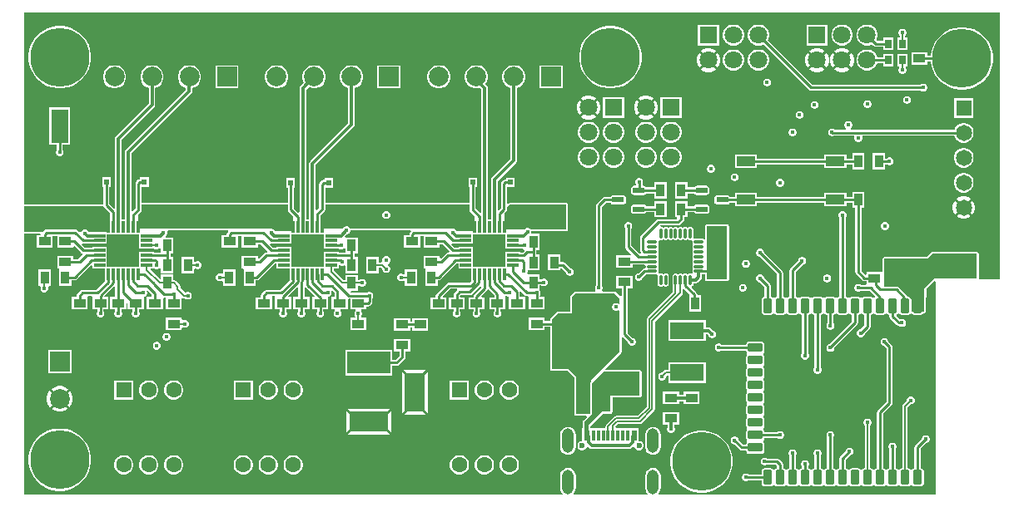
<source format=gbr>
%TF.GenerationSoftware,Altium Limited,Altium Designer,23.4.1 (23)*%
G04 Layer_Physical_Order=1*
G04 Layer_Color=255*
%FSLAX26Y26*%
%MOIN*%
%TF.SameCoordinates,CA55AB83-A8E7-406C-AA52-5D1E9B100620*%
%TF.FilePolarity,Positive*%
%TF.FileFunction,Copper,L1,Top,Signal*%
%TF.Part,Single*%
G01*
G75*
%TA.AperFunction,SMDPad,CuDef*%
%ADD10R,0.023622X0.044882*%
%ADD11R,0.011811X0.044882*%
G04:AMPARAMS|DCode=12|XSize=48.425mil|YSize=23.228mil|CornerRadius=5.807mil|HoleSize=0mil|Usage=FLASHONLY|Rotation=180.000|XOffset=0mil|YOffset=0mil|HoleType=Round|Shape=RoundedRectangle|*
%AMROUNDEDRECTD12*
21,1,0.048425,0.011614,0,0,180.0*
21,1,0.036811,0.023228,0,0,180.0*
1,1,0.011614,-0.018406,0.005807*
1,1,0.011614,0.018406,0.005807*
1,1,0.011614,0.018406,-0.005807*
1,1,0.011614,-0.018406,-0.005807*
%
%ADD12ROUNDEDRECTD12*%
%ADD13R,0.035433X0.084646*%
%ADD14R,0.125984X0.084646*%
%ADD15R,0.074803X0.039370*%
G04:AMPARAMS|DCode=16|XSize=35.433mil|YSize=59.055mil|CornerRadius=4.429mil|HoleSize=0mil|Usage=FLASHONLY|Rotation=270.000|XOffset=0mil|YOffset=0mil|HoleType=Round|Shape=RoundedRectangle|*
%AMROUNDEDRECTD16*
21,1,0.035433,0.050197,0,0,270.0*
21,1,0.026575,0.059055,0,0,270.0*
1,1,0.008858,-0.025099,-0.013287*
1,1,0.008858,-0.025099,0.013287*
1,1,0.008858,0.025099,0.013287*
1,1,0.008858,0.025099,-0.013287*
%
%ADD16ROUNDEDRECTD16*%
G04:AMPARAMS|DCode=17|XSize=59.055mil|YSize=35.433mil|CornerRadius=4.429mil|HoleSize=0mil|Usage=FLASHONLY|Rotation=270.000|XOffset=0mil|YOffset=0mil|HoleType=Round|Shape=RoundedRectangle|*
%AMROUNDEDRECTD17*
21,1,0.059055,0.026575,0,0,270.0*
21,1,0.050197,0.035433,0,0,270.0*
1,1,0.008858,-0.013287,-0.025099*
1,1,0.008858,-0.013287,0.025099*
1,1,0.008858,0.013287,0.025099*
1,1,0.008858,0.013287,-0.025099*
%
%ADD17ROUNDEDRECTD17*%
G04:AMPARAMS|DCode=18|XSize=35.433mil|YSize=35.433mil|CornerRadius=4.429mil|HoleSize=0mil|Usage=FLASHONLY|Rotation=270.000|XOffset=0mil|YOffset=0mil|HoleType=Round|Shape=RoundedRectangle|*
%AMROUNDEDRECTD18*
21,1,0.035433,0.026575,0,0,270.0*
21,1,0.026575,0.035433,0,0,270.0*
1,1,0.008858,-0.013287,-0.013287*
1,1,0.008858,-0.013287,0.013287*
1,1,0.008858,0.013287,0.013287*
1,1,0.008858,0.013287,-0.013287*
%
%ADD18ROUNDEDRECTD18*%
G04:AMPARAMS|DCode=19|XSize=10.236mil|YSize=38.189mil|CornerRadius=2.559mil|HoleSize=0mil|Usage=FLASHONLY|Rotation=90.000|XOffset=0mil|YOffset=0mil|HoleType=Round|Shape=RoundedRectangle|*
%AMROUNDEDRECTD19*
21,1,0.010236,0.033071,0,0,90.0*
21,1,0.005118,0.038189,0,0,90.0*
1,1,0.005118,0.016535,0.002559*
1,1,0.005118,0.016535,-0.002559*
1,1,0.005118,-0.016535,-0.002559*
1,1,0.005118,-0.016535,0.002559*
%
%ADD19ROUNDEDRECTD19*%
G04:AMPARAMS|DCode=20|XSize=10.236mil|YSize=38.189mil|CornerRadius=2.559mil|HoleSize=0mil|Usage=FLASHONLY|Rotation=0.000|XOffset=0mil|YOffset=0mil|HoleType=Round|Shape=RoundedRectangle|*
%AMROUNDEDRECTD20*
21,1,0.010236,0.033071,0,0,0.0*
21,1,0.005118,0.038189,0,0,0.0*
1,1,0.005118,0.002559,-0.016535*
1,1,0.005118,-0.002559,-0.016535*
1,1,0.005118,-0.002559,0.016535*
1,1,0.005118,0.002559,0.016535*
%
%ADD20ROUNDEDRECTD20*%
%ADD21R,0.124016X0.124016*%
%ADD22R,0.135000X0.070000*%
%ADD23R,0.045276X0.011811*%
%ADD24R,0.011811X0.045276*%
%ADD25R,0.124016X0.124016*%
%ADD26R,0.062992X0.039370*%
%ADD27R,0.051181X0.035433*%
%ADD28R,0.025591X0.035433*%
%ADD29R,0.019685X0.023622*%
%ADD30R,0.035433X0.051181*%
%ADD31R,0.070000X0.135000*%
%TA.AperFunction,Conductor*%
%ADD32C,0.010000*%
%ADD33C,0.007550*%
%ADD34C,0.012000*%
%ADD35C,0.006000*%
%TA.AperFunction,ComponentPad*%
%ADD36C,0.078740*%
%ADD37R,0.078740X0.078740*%
%ADD38R,0.078740X0.078740*%
%ADD39O,0.047244X0.098425*%
%ADD40C,0.023622*%
%ADD41C,0.064961*%
%ADD42R,0.064961X0.064961*%
%ADD43C,0.236220*%
%ADD44C,0.070866*%
%ADD45R,0.070866X0.070866*%
%ADD46C,0.017716*%
%ADD47R,0.173228X0.086614*%
%ADD48R,0.157480X0.078740*%
%ADD49R,0.078740X0.157480*%
%ADD50C,0.062992*%
%ADD51R,0.062992X0.062992*%
%ADD52R,0.070866X0.070866*%
%TA.AperFunction,ViaPad*%
%ADD53C,0.017716*%
G36*
X2185000Y1080000D02*
X2044804D01*
X2044263Y1081306D01*
X2039802Y1085767D01*
X2033974Y1088182D01*
X2027665D01*
X2021836Y1085767D01*
X2017376Y1081306D01*
X2016834Y1080000D01*
X1936906D01*
Y1145200D01*
X1945227Y1153521D01*
X1947879Y1157490D01*
X1948810Y1162172D01*
Y1168810D01*
X1960000Y1180000D01*
X2185000D01*
Y1080000D01*
D02*
G37*
G36*
X1798616Y1159723D02*
X1799547Y1155041D01*
X1802199Y1151072D01*
X1818796Y1134476D01*
Y1075000D01*
X1746116D01*
X1745295Y1076984D01*
X1740834Y1081444D01*
X1735005Y1083859D01*
X1733997D01*
X1732856Y1085000D01*
X1320266D01*
X1319444Y1086984D01*
X1314984Y1091444D01*
X1309155Y1093859D01*
X1302846D01*
X1297017Y1091444D01*
X1292557Y1086984D01*
X1291735Y1085000D01*
X1202270D01*
Y1120786D01*
X1201600D01*
Y1137750D01*
X1217370Y1153521D01*
X1220023Y1157490D01*
X1220954Y1162172D01*
Y1180000D01*
X1798616D01*
Y1159723D01*
D02*
G37*
G36*
X1070760D02*
X1071691Y1155041D01*
X1074343Y1151072D01*
X1090940Y1134476D01*
Y1075000D01*
X1018260D01*
X1017439Y1076984D01*
X1012978Y1081444D01*
X1007149Y1083859D01*
X1006141D01*
X1005000Y1085000D01*
X470325D01*
Y1140377D01*
X481020Y1151072D01*
X483672Y1155041D01*
X484603Y1159723D01*
Y1180000D01*
X1070760D01*
Y1159723D01*
D02*
G37*
G36*
X332966Y1173344D02*
X335618Y1169375D01*
X359665Y1145329D01*
Y1120786D01*
X358994D01*
Y1070000D01*
X274094D01*
X272444Y1073984D01*
X267983Y1078444D01*
X262155Y1080859D01*
X255846D01*
X250018Y1078444D01*
X245557Y1073984D01*
X243907Y1070000D01*
X234603D01*
X227951Y1076652D01*
X223982Y1079304D01*
X219300Y1080236D01*
X103997D01*
X99315Y1079304D01*
X95346Y1076652D01*
X88694Y1070000D01*
X16056D01*
Y1175000D01*
X332637D01*
X332966Y1173344D01*
D02*
G37*
G36*
X1942701Y1042810D02*
Y1003440D01*
X2001977D01*
Y1004110D01*
X2007659D01*
X2008868Y1002901D01*
X2014697Y1000487D01*
X2015207D01*
X2017278Y995487D01*
X2011002Y989210D01*
X2001977D01*
Y989881D01*
X1942701D01*
Y964070D01*
Y931810D01*
X1813001D01*
Y964070D01*
Y1009566D01*
X1753725D01*
Y1008895D01*
X1737035D01*
X1725301Y1020629D01*
X1728169Y1024727D01*
X1732851Y1023795D01*
X1753725D01*
Y1023125D01*
X1813001D01*
Y1061511D01*
X1942701D01*
Y1042810D01*
D02*
G37*
G36*
X1214845D02*
Y1003440D01*
X1274121D01*
Y1003440D01*
X1278483Y1001900D01*
X1281896Y1000487D01*
X1288204D01*
X1294033Y1002901D01*
X1296908Y1005777D01*
X1301908Y1003706D01*
Y989210D01*
X1274121D01*
Y989881D01*
X1214845D01*
Y964070D01*
Y931810D01*
X1085144D01*
Y964070D01*
Y1009566D01*
X1025869D01*
Y1008895D01*
X1009179D01*
X997445Y1020629D01*
X1000313Y1024727D01*
X1004995Y1023795D01*
X1025869D01*
Y1023125D01*
X1085144D01*
Y1061511D01*
X1214845D01*
Y1042810D01*
D02*
G37*
G36*
X476120D02*
Y1003440D01*
X535396D01*
X535396Y1003440D01*
X539759Y1001900D01*
X543171Y1000487D01*
X549480D01*
X555308Y1002901D01*
X558183Y1005777D01*
X563183Y1003706D01*
Y989210D01*
X535396D01*
Y989881D01*
X476120D01*
Y964070D01*
Y931810D01*
X346420D01*
Y964070D01*
Y1009566D01*
X287144D01*
Y1008895D01*
X256338D01*
X245004Y1020229D01*
X247824Y1024481D01*
X251270Y1023795D01*
X287144D01*
Y1023125D01*
X346420D01*
Y1061511D01*
X476120D01*
Y1042810D01*
D02*
G37*
G36*
X3920952Y882198D02*
X3841678D01*
X3837137Y885000D01*
Y982992D01*
X3836594Y985723D01*
X3835047Y988039D01*
X3832731Y989586D01*
X3830000Y990129D01*
X3650623D01*
X3647892Y989586D01*
X3645576Y988039D01*
X3627666Y970129D01*
X3459819D01*
X3457088Y969586D01*
X3454773Y968039D01*
X3453226Y965723D01*
X3452682Y962992D01*
Y914678D01*
X3452590Y909716D01*
X3387410D01*
Y901344D01*
X3382410Y899273D01*
X3367235Y914447D01*
Y1167409D01*
X3379716D01*
Y1232591D01*
X3330284D01*
Y1212235D01*
X3307669D01*
Y1226685D01*
X3218866D01*
Y1212235D01*
X2949401D01*
Y1226685D01*
X2860599D01*
Y1212231D01*
X2840053D01*
X2838179Y1215036D01*
X2833943Y1217867D01*
X2828946Y1218861D01*
X2792135D01*
X2787137Y1217867D01*
X2782901Y1215036D01*
X2780071Y1210800D01*
X2779077Y1205803D01*
Y1194189D01*
X2780071Y1189192D01*
X2782901Y1184956D01*
X2787137Y1182125D01*
X2792135Y1181131D01*
X2828946D01*
X2833943Y1182125D01*
X2838179Y1184956D01*
X2840053Y1187761D01*
X2860599D01*
Y1173315D01*
X2949401D01*
Y1187765D01*
X3218866D01*
Y1173315D01*
X3307669D01*
Y1187765D01*
X3330284D01*
Y1167409D01*
X3342765D01*
Y909379D01*
X3343696Y904697D01*
X3346349Y900728D01*
X3370728Y876348D01*
X3374697Y873696D01*
X3379379Y872765D01*
X3387410D01*
Y860284D01*
X3383077Y858673D01*
X3365192D01*
X3363983Y859882D01*
X3358154Y862296D01*
X3351846D01*
X3346017Y859882D01*
X3341556Y855421D01*
X3339142Y849592D01*
Y843283D01*
X3341556Y837455D01*
X3346017Y832994D01*
X3351846Y830580D01*
X3358154D01*
X3363983Y832994D01*
X3365192Y834203D01*
X3399456D01*
X3420693Y812965D01*
X3420292Y808890D01*
X3419826Y808193D01*
X3413812D01*
X3413347Y808890D01*
X3409566Y811416D01*
X3405107Y812303D01*
X3378532D01*
X3374073Y811416D01*
X3370292Y808890D01*
X3369826Y808193D01*
X3363812D01*
X3363347Y808890D01*
X3359566Y811416D01*
X3355107Y812303D01*
X3328532D01*
X3324073Y811416D01*
X3320292Y808890D01*
X3319826Y808193D01*
X3313812D01*
X3313347Y808890D01*
X3309566Y811416D01*
X3305107Y812303D01*
X3304055D01*
Y1128387D01*
X3305263Y1129596D01*
X3307678Y1135424D01*
Y1141733D01*
X3305263Y1147562D01*
X3300802Y1152023D01*
X3294974Y1154437D01*
X3288665D01*
X3282836Y1152023D01*
X3278376Y1147562D01*
X3275961Y1141733D01*
Y1135424D01*
X3278376Y1129596D01*
X3279584Y1128387D01*
Y812303D01*
X3278532D01*
X3274073Y811416D01*
X3270292Y808890D01*
X3269826Y808193D01*
X3263812D01*
X3263347Y808890D01*
X3259566Y811416D01*
X3255107Y812303D01*
X3228532D01*
X3224073Y811416D01*
X3220292Y808890D01*
X3219826Y808193D01*
X3213812D01*
X3213347Y808890D01*
X3209566Y811416D01*
X3205107Y812303D01*
X3178532D01*
X3174073Y811416D01*
X3170292Y808890D01*
X3169826Y808193D01*
X3163812D01*
X3163347Y808890D01*
X3159566Y811416D01*
X3155107Y812303D01*
X3128532D01*
X3124073Y811416D01*
X3120292Y808890D01*
X3119826Y808193D01*
X3113812D01*
X3113347Y808890D01*
X3109566Y811416D01*
X3105107Y812303D01*
X3104055D01*
Y911751D01*
X3131445Y939142D01*
X3133154D01*
X3138983Y941556D01*
X3143444Y946017D01*
X3145858Y951846D01*
Y958154D01*
X3143444Y963983D01*
X3138983Y968444D01*
X3133154Y970858D01*
X3126846D01*
X3121017Y968444D01*
X3116556Y963983D01*
X3114142Y958154D01*
Y956445D01*
X3083168Y925471D01*
X3080516Y921502D01*
X3079584Y916819D01*
Y812303D01*
X3078532D01*
X3074073Y811416D01*
X3070292Y808890D01*
X3069826Y808193D01*
X3063812D01*
X3063347Y808890D01*
X3059566Y811416D01*
X3055107Y812303D01*
X3054055D01*
Y906776D01*
X3053123Y911459D01*
X3050471Y915428D01*
X2977682Y988217D01*
Y989927D01*
X2975267Y995755D01*
X2970807Y1000216D01*
X2964978Y1002630D01*
X2958669D01*
X2952840Y1000216D01*
X2948380Y995755D01*
X2945965Y989927D01*
Y983618D01*
X2948380Y977789D01*
X2952840Y973328D01*
X2958669Y970914D01*
X2960379D01*
X3029584Y901708D01*
Y812303D01*
X3028532D01*
X3024073Y811416D01*
X3020292Y808890D01*
X3019826Y808193D01*
X3013812D01*
X3013347Y808890D01*
X3009566Y811416D01*
X3005107Y812303D01*
X3004055D01*
Y855004D01*
X3003123Y859686D01*
X3000471Y863656D01*
X2977682Y886445D01*
Y888154D01*
X2975267Y893983D01*
X2970807Y898444D01*
X2964978Y900858D01*
X2958669D01*
X2952840Y898444D01*
X2948380Y893983D01*
X2945965Y888154D01*
Y881846D01*
X2948380Y876017D01*
X2952840Y871556D01*
X2958669Y869142D01*
X2960379D01*
X2979584Y849936D01*
Y812303D01*
X2978532D01*
X2974073Y811416D01*
X2970292Y808890D01*
X2967766Y805109D01*
X2966879Y800650D01*
Y750453D01*
X2967766Y745994D01*
X2970292Y742213D01*
X2974073Y739687D01*
X2978532Y738800D01*
X3005107D01*
X3009566Y739687D01*
X3013347Y742213D01*
X3013812Y742911D01*
X3019826D01*
X3020292Y742213D01*
X3024073Y739687D01*
X3028532Y738800D01*
X3055107D01*
X3059566Y739687D01*
X3063347Y742213D01*
X3063812Y742911D01*
X3069826D01*
X3070292Y742213D01*
X3074073Y739687D01*
X3078532Y738800D01*
X3105107D01*
X3109566Y739687D01*
X3113347Y742213D01*
X3113812Y742911D01*
X3119826D01*
X3120292Y742213D01*
X3124073Y739687D01*
X3128532Y738800D01*
X3129584D01*
Y585192D01*
X3128376Y583983D01*
X3125961Y578154D01*
Y571846D01*
X3128376Y566017D01*
X3132836Y561556D01*
X3138665Y559142D01*
X3144974D01*
X3150802Y561556D01*
X3155263Y566017D01*
X3157678Y571846D01*
Y578154D01*
X3155263Y583983D01*
X3154055Y585192D01*
Y738800D01*
X3155107D01*
X3159566Y739687D01*
X3163347Y742213D01*
X3163812Y742911D01*
X3169826D01*
X3170292Y742213D01*
X3174073Y739687D01*
X3178532Y738800D01*
X3179584D01*
Y527869D01*
X3178376Y526661D01*
X3175961Y520832D01*
Y514523D01*
X3178376Y508695D01*
X3182836Y504234D01*
X3188665Y501819D01*
X3194974D01*
X3200802Y504234D01*
X3205263Y508695D01*
X3207678Y514523D01*
Y520832D01*
X3205263Y526661D01*
X3204055Y527869D01*
Y738800D01*
X3205107D01*
X3209566Y739687D01*
X3213347Y742213D01*
X3213812Y742911D01*
X3219826D01*
X3220292Y742213D01*
X3224073Y739687D01*
X3228532Y738800D01*
X3230372D01*
Y704404D01*
X3229950Y703983D01*
X3227536Y698154D01*
Y691846D01*
X3229950Y686017D01*
X3234411Y681556D01*
X3240240Y679142D01*
X3246549D01*
X3252377Y681556D01*
X3256838Y686017D01*
X3259252Y691846D01*
Y698154D01*
X3256838Y703983D01*
X3254842Y705979D01*
Y738800D01*
X3255107D01*
X3259566Y739687D01*
X3263347Y742213D01*
X3263812Y742911D01*
X3269826D01*
X3270292Y742213D01*
X3274073Y739687D01*
X3278532Y738800D01*
X3305107D01*
X3309566Y739687D01*
X3313347Y742213D01*
X3313812Y742911D01*
X3319826D01*
X3320292Y742213D01*
X3324073Y739687D01*
X3328532Y738800D01*
X3329584D01*
Y711131D01*
X3240375Y621922D01*
X3240240D01*
X3234411Y619507D01*
X3229950Y615047D01*
X3227536Y609218D01*
Y602909D01*
X3229950Y597081D01*
X3234411Y592620D01*
X3240240Y590205D01*
X3246549D01*
X3252377Y592620D01*
X3256838Y597081D01*
X3259252Y602909D01*
Y606193D01*
X3350471Y697412D01*
X3353123Y701381D01*
X3354055Y706063D01*
Y738800D01*
X3355107D01*
X3359566Y739687D01*
X3363347Y742213D01*
X3363812Y742911D01*
X3369826D01*
X3370292Y742213D01*
X3374073Y739687D01*
X3378532Y738800D01*
X3379584D01*
Y696887D01*
X3363555Y680858D01*
X3361846D01*
X3356017Y678444D01*
X3351556Y673983D01*
X3349142Y668154D01*
Y661846D01*
X3351556Y656017D01*
X3356017Y651556D01*
X3361846Y649142D01*
X3368154D01*
X3373983Y651556D01*
X3378444Y656017D01*
X3380858Y661846D01*
Y663555D01*
X3400471Y683168D01*
X3403123Y687137D01*
X3404055Y691819D01*
Y738800D01*
X3405107D01*
X3409566Y739687D01*
X3413347Y742213D01*
X3413812Y742911D01*
X3419826D01*
X3420292Y742213D01*
X3424073Y739687D01*
X3428532Y738800D01*
X3455107D01*
X3459566Y739687D01*
X3463347Y742213D01*
X3463812Y742911D01*
X3469826D01*
X3470292Y742213D01*
X3474073Y739687D01*
X3478532Y738800D01*
X3479584D01*
Y732371D01*
X3480516Y727688D01*
X3483168Y723719D01*
X3509475Y697412D01*
X3513444Y694760D01*
X3518126Y693828D01*
X3519808D01*
X3521017Y692620D01*
X3526846Y690205D01*
X3533154D01*
X3538983Y692620D01*
X3543444Y697081D01*
X3545858Y702909D01*
Y709218D01*
X3543444Y715047D01*
X3538983Y719507D01*
X3533154Y721922D01*
X3526846D01*
X3521702Y719791D01*
X3507345Y734148D01*
X3508991Y739573D01*
X3509566Y739687D01*
X3513347Y742213D01*
X3513812Y742911D01*
X3519826D01*
X3520292Y742213D01*
X3524073Y739687D01*
X3528532Y738800D01*
X3555107D01*
X3559566Y739687D01*
X3563347Y742213D01*
X3565108Y744850D01*
X3567269Y743406D01*
X3569836Y742895D01*
X3570292Y742213D01*
X3574073Y739687D01*
X3578532Y738800D01*
X3605107D01*
X3609566Y739687D01*
X3613347Y742213D01*
X3613781Y742863D01*
X3616507D01*
X3616854Y742932D01*
X3617207Y742897D01*
X3618210Y743202D01*
X3619238Y743406D01*
X3619533Y743603D01*
X3619871Y743706D01*
X3620681Y744370D01*
X3621554Y744953D01*
X3621750Y745248D01*
X3622024Y745472D01*
X3622396Y745926D01*
X3622890Y746850D01*
X3623473Y747722D01*
X3623542Y748069D01*
X3623709Y748382D01*
X3623811Y749425D01*
X3624016Y750453D01*
Y799947D01*
X3624489Y802325D01*
X3625934Y804488D01*
X3626203Y805137D01*
X3626594Y805722D01*
X3626731Y806411D01*
X3627000Y807060D01*
Y807763D01*
X3627137Y808453D01*
Y842044D01*
X3659930Y874837D01*
X3662005Y874529D01*
X3662260Y874395D01*
X3665624Y869045D01*
X3665047Y866142D01*
Y16056D01*
X2556801D01*
X2555104Y21056D01*
X2555115Y21066D01*
X2560024Y27462D01*
X2563109Y34912D01*
X2564162Y42906D01*
Y94087D01*
X2563109Y102081D01*
X2560024Y109530D01*
X2555115Y115927D01*
X2548719Y120835D01*
X2541269Y123921D01*
X2533276Y124973D01*
X2525282Y123921D01*
X2517832Y120835D01*
X2511436Y115927D01*
X2506527Y109530D01*
X2503442Y102081D01*
X2502389Y94087D01*
Y42906D01*
X2503442Y34912D01*
X2506527Y27462D01*
X2511436Y21066D01*
X2511448Y21056D01*
X2509750Y16056D01*
X2216250D01*
X2214552Y21056D01*
X2214564Y21066D01*
X2219473Y27462D01*
X2222558Y34912D01*
X2223611Y42906D01*
Y94087D01*
X2222558Y102081D01*
X2219473Y109530D01*
X2214564Y115927D01*
X2208168Y120835D01*
X2200718Y123921D01*
X2192724Y124973D01*
X2184731Y123921D01*
X2177281Y120835D01*
X2170885Y115927D01*
X2165976Y109530D01*
X2162891Y102081D01*
X2161838Y94087D01*
Y42906D01*
X2162891Y34912D01*
X2165976Y27462D01*
X2170885Y21066D01*
X2170896Y21056D01*
X2169199Y16056D01*
X16056D01*
Y1062863D01*
X78701D01*
X82197Y1057863D01*
X82080Y1057542D01*
X64632D01*
Y1008109D01*
X129813D01*
Y1055765D01*
X147309D01*
Y1008109D01*
X212490D01*
Y1011604D01*
X217110Y1013518D01*
X242619Y988009D01*
X246588Y985356D01*
X247455Y985184D01*
X249101Y979759D01*
X231726Y962384D01*
X212490D01*
Y974865D01*
X147309D01*
Y925432D01*
X153625D01*
X155183Y921077D01*
X155183D01*
Y855897D01*
X204616D01*
Y876252D01*
X217487D01*
X222169Y877183D01*
X226139Y879836D01*
X282525Y936222D01*
X287144Y934308D01*
Y924700D01*
X339309D01*
Y873110D01*
X304517Y838317D01*
X247207D01*
X242525Y837386D01*
X238555Y834734D01*
X228142Y824321D01*
X225490Y820351D01*
X224559Y815669D01*
Y809460D01*
X204203D01*
Y760027D01*
X269384D01*
Y809460D01*
X269384D01*
X270864Y813847D01*
X286514D01*
X287994Y809460D01*
X287995D01*
Y760027D01*
X308350D01*
Y753597D01*
X307141Y752388D01*
X304727Y746560D01*
Y740251D01*
X307141Y734422D01*
X311602Y729961D01*
X317431Y727547D01*
X323739D01*
X329568Y729961D01*
X334029Y734422D01*
X336443Y740251D01*
Y746560D01*
X334029Y752388D01*
X332820Y753597D01*
Y760027D01*
X353175D01*
Y809460D01*
X338750D01*
X336679Y814460D01*
X374731Y852512D01*
X379350Y850598D01*
Y809460D01*
X358995D01*
Y760027D01*
X379350D01*
Y753597D01*
X378141Y752388D01*
X375727Y746560D01*
Y740251D01*
X378141Y734422D01*
X382602Y729961D01*
X388431Y727547D01*
X394739D01*
X400568Y729961D01*
X405029Y734422D01*
X407443Y740251D01*
Y746560D01*
X405029Y752388D01*
X403820Y753597D01*
Y760027D01*
X424175D01*
Y785005D01*
X429175Y787677D01*
X429365Y787551D01*
Y760027D01*
X449720D01*
Y753597D01*
X448511Y752388D01*
X446097Y746560D01*
Y740251D01*
X448511Y734422D01*
X452972Y729961D01*
X458801Y727547D01*
X465110D01*
X470938Y729961D01*
X475399Y734422D01*
X477813Y740251D01*
Y746560D01*
X475399Y752388D01*
X474190Y753597D01*
Y760027D01*
X494546D01*
Y809460D01*
X498626Y811681D01*
X500938Y812639D01*
X505399Y817099D01*
X507813Y822928D01*
Y829237D01*
X506216Y833094D01*
X510454Y835927D01*
X526679Y819702D01*
Y809441D01*
X506324D01*
Y760008D01*
X571505D01*
Y805219D01*
X574606Y807765D01*
X581410D01*
Y760027D01*
X646591D01*
Y803067D01*
X651591Y805739D01*
X651920Y805519D01*
X656124Y804683D01*
X659136D01*
X661594Y802225D01*
X667423Y799811D01*
X673731D01*
X679560Y802225D01*
X684021Y806686D01*
X686435Y812515D01*
Y818824D01*
X684021Y824652D01*
X679560Y829113D01*
X673731Y831527D01*
X667423D01*
X661594Y829113D01*
X659905Y827424D01*
X640225Y847105D01*
Y851984D01*
X639388Y856188D01*
X637007Y859752D01*
X622007Y874752D01*
X618443Y877134D01*
X614239Y877970D01*
X612616D01*
Y899574D01*
X563183D01*
Y883867D01*
X558183Y881795D01*
X520279Y919700D01*
X522350Y924700D01*
X535396D01*
X535396Y924700D01*
X539717Y923060D01*
X543171Y921629D01*
X549480D01*
X555308Y924043D01*
X558183Y926918D01*
X563183Y924847D01*
Y904897D01*
X612616D01*
Y970078D01*
X600135D01*
Y983755D01*
X612616D01*
Y1048936D01*
X581379D01*
X580384Y1053936D01*
X581883Y1054557D01*
X586344Y1059017D01*
X588758Y1064846D01*
Y1071155D01*
X588051Y1072863D01*
X591392Y1077863D01*
X830315D01*
X832386Y1072863D01*
X830317Y1070794D01*
X827665Y1066825D01*
X826734Y1062143D01*
Y1057542D01*
X806379D01*
Y1008109D01*
X871559D01*
Y1055765D01*
X886034D01*
Y1008109D01*
X951215D01*
Y1020591D01*
X962877D01*
X989638Y993830D01*
X987725Y989210D01*
X984914D01*
X980232Y988279D01*
X976262Y985627D01*
X956215Y965580D01*
X951215Y967651D01*
Y974865D01*
X886034D01*
Y925432D01*
X892349D01*
X893908Y921077D01*
X893908D01*
Y855897D01*
X943341D01*
Y876252D01*
X945731D01*
X950413Y877183D01*
X954382Y879836D01*
X1019602Y945055D01*
X1025869D01*
Y924700D01*
X1078034D01*
Y877078D01*
X1039274Y838317D01*
X985413D01*
X980731Y837386D01*
X976762Y834734D01*
X966348Y824321D01*
X963696Y820351D01*
X962765Y815669D01*
Y809067D01*
X942409D01*
Y759634D01*
X1007591D01*
Y809067D01*
X1007591D01*
X1008122Y813847D01*
X1017499D01*
X1018979Y809460D01*
X1018979D01*
Y760027D01*
X1039334D01*
Y753597D01*
X1038126Y752388D01*
X1035711Y746560D01*
Y740251D01*
X1038126Y734422D01*
X1042586Y729961D01*
X1048415Y727547D01*
X1054724D01*
X1060553Y729961D01*
X1065013Y734422D01*
X1067428Y740251D01*
Y746560D01*
X1065013Y752388D01*
X1063805Y753597D01*
Y760027D01*
X1084160D01*
Y809460D01*
X1073783D01*
X1071870Y814080D01*
X1108146Y850355D01*
X1112765Y848442D01*
Y809460D01*
X1092409D01*
Y760027D01*
X1112765D01*
Y753597D01*
X1111556Y752388D01*
X1109142Y746560D01*
Y740251D01*
X1111556Y734422D01*
X1116017Y729961D01*
X1121846Y727547D01*
X1128154D01*
X1133983Y729961D01*
X1138444Y734422D01*
X1140858Y740251D01*
Y746560D01*
X1138444Y752388D01*
X1137235Y753597D01*
Y760027D01*
X1157591D01*
Y809460D01*
X1137235D01*
Y847628D01*
X1138757Y848669D01*
X1142235Y849547D01*
X1177702Y814080D01*
X1175789Y809460D01*
X1168089D01*
Y760027D01*
X1188445D01*
Y753597D01*
X1187236Y752388D01*
X1184822Y746560D01*
Y740251D01*
X1187236Y734422D01*
X1191697Y729961D01*
X1197525Y727547D01*
X1203834D01*
X1209663Y729961D01*
X1214124Y734422D01*
X1216538Y740251D01*
Y746560D01*
X1214124Y752388D01*
X1212915Y753597D01*
Y760027D01*
X1233270D01*
Y809460D01*
X1237351Y811681D01*
X1239663Y812639D01*
X1244124Y817099D01*
X1246538Y822928D01*
Y829237D01*
X1244940Y833094D01*
X1249179Y835926D01*
X1257815Y827291D01*
Y809442D01*
X1245149D01*
Y760009D01*
X1257155D01*
X1259226Y755009D01*
X1256606Y752388D01*
X1254192Y746560D01*
Y740251D01*
X1256606Y734422D01*
X1261067Y729961D01*
X1266896Y727547D01*
X1273204D01*
X1279033Y729961D01*
X1283494Y734422D01*
X1285908Y740251D01*
Y746560D01*
X1283494Y752388D01*
X1280873Y755009D01*
X1282944Y760009D01*
X1310330D01*
Y800672D01*
X1313696Y803434D01*
X1320373D01*
Y759634D01*
X1340087D01*
X1342158Y754634D01*
X1339519Y751995D01*
X1337105Y746167D01*
Y739858D01*
X1339519Y734029D01*
X1341977Y731571D01*
Y726390D01*
X1320373D01*
Y676957D01*
X1385554D01*
Y726390D01*
X1363949D01*
Y731571D01*
X1366407Y734029D01*
X1368821Y739858D01*
Y746167D01*
X1366407Y751995D01*
X1363768Y754634D01*
X1365839Y759634D01*
X1385554D01*
Y772116D01*
X1391019D01*
X1395701Y773047D01*
X1399670Y775699D01*
X1405528Y781557D01*
X1408180Y785527D01*
X1409112Y790209D01*
Y805477D01*
X1410320Y806686D01*
X1412735Y812515D01*
Y818824D01*
X1410320Y824652D01*
X1405860Y829113D01*
X1400031Y831527D01*
X1393722D01*
X1387893Y829113D01*
X1386685Y827904D01*
X1322469D01*
X1321917Y828731D01*
X1324589Y833731D01*
X1351341D01*
Y855335D01*
X1356522D01*
X1358980Y852877D01*
X1364809Y850463D01*
X1371118D01*
X1376946Y852877D01*
X1381407Y857338D01*
X1383821Y863167D01*
Y869476D01*
X1381407Y875304D01*
X1376946Y879765D01*
X1371118Y882179D01*
X1364809D01*
X1358980Y879765D01*
X1356522Y877307D01*
X1351341D01*
Y898912D01*
X1301908D01*
Y877307D01*
X1294136D01*
X1255469Y915975D01*
Y924700D01*
X1274121D01*
Y936116D01*
X1279121Y938187D01*
X1280603Y936705D01*
X1286431Y934290D01*
X1292740D01*
X1296908Y936017D01*
X1301908Y933511D01*
Y904897D01*
X1351341D01*
Y970078D01*
X1338860D01*
Y983755D01*
X1351341D01*
Y1048936D01*
X1302752D01*
X1299813Y1053068D01*
X1308887Y1062142D01*
X1309155D01*
X1314984Y1064557D01*
X1319444Y1069017D01*
X1321859Y1074846D01*
Y1077863D01*
X1561532D01*
X1563603Y1072863D01*
X1560349Y1069609D01*
X1557696Y1065639D01*
X1556765Y1060957D01*
Y1057542D01*
X1536409D01*
Y1008109D01*
X1601591D01*
Y1054580D01*
X1613890D01*
Y1008109D01*
X1679071D01*
Y1020591D01*
X1690734D01*
X1717495Y993830D01*
X1715581Y989210D01*
X1712770D01*
X1708088Y988279D01*
X1704119Y985627D01*
X1684071Y965580D01*
X1679071Y967651D01*
Y974865D01*
X1613890D01*
Y925432D01*
X1620206D01*
X1621764Y921077D01*
X1621764D01*
Y855897D01*
X1671197D01*
Y876252D01*
X1673587D01*
X1678269Y877183D01*
X1682238Y879836D01*
X1747458Y945055D01*
X1753725D01*
Y924700D01*
X1805890D01*
Y873110D01*
X1800591Y867810D01*
X1715683D01*
X1711001Y866879D01*
X1707031Y864226D01*
X1664935Y822131D01*
X1662283Y818161D01*
X1661352Y813479D01*
Y809067D01*
X1640996D01*
Y759634D01*
X1706177D01*
Y809067D01*
X1693011D01*
X1691097Y813687D01*
X1720751Y843340D01*
X1747807D01*
X1749364Y838830D01*
X1749380Y838340D01*
X1738199Y827159D01*
X1735547Y823190D01*
X1734616Y818508D01*
Y809067D01*
X1714260D01*
Y759634D01*
X1734616D01*
Y753204D01*
X1733407Y751995D01*
X1730993Y746167D01*
Y739858D01*
X1733407Y734029D01*
X1737868Y729568D01*
X1743697Y727154D01*
X1750005D01*
X1755834Y729568D01*
X1760295Y734029D01*
X1762709Y739858D01*
Y746167D01*
X1760295Y751995D01*
X1759086Y753204D01*
Y759634D01*
X1779441D01*
Y809067D01*
X1760601D01*
X1759714Y814067D01*
X1763214Y817567D01*
X1799685D01*
X1804367Y818499D01*
X1808336Y821151D01*
X1838786Y851601D01*
X1844079Y849822D01*
X1844460Y847055D01*
X1817514Y820109D01*
X1814862Y816140D01*
X1813931Y811458D01*
Y809067D01*
X1793575D01*
Y759634D01*
X1813931D01*
Y753204D01*
X1812722Y751995D01*
X1810308Y746167D01*
Y739858D01*
X1812722Y734029D01*
X1817183Y729568D01*
X1823011Y727154D01*
X1829320D01*
X1835149Y729568D01*
X1839610Y734029D01*
X1842024Y739858D01*
Y746167D01*
X1839610Y751995D01*
X1838401Y753204D01*
Y759634D01*
X1858756D01*
Y809067D01*
X1847611D01*
X1845698Y813687D01*
X1866817Y834807D01*
X1869470Y838776D01*
X1874895Y840420D01*
X1897765Y817549D01*
Y809067D01*
X1877409D01*
Y759634D01*
X1897765D01*
Y753204D01*
X1896556Y751995D01*
X1894142Y746167D01*
Y739858D01*
X1896556Y734029D01*
X1901017Y729568D01*
X1906846Y727154D01*
X1913154D01*
X1918983Y729568D01*
X1923444Y734029D01*
X1925858Y739858D01*
Y746167D01*
X1923444Y751995D01*
X1922235Y753204D01*
Y759634D01*
X1942591D01*
Y809067D01*
X1942591D01*
X1943122Y813847D01*
X1948344D01*
X1949553Y812639D01*
X1951012Y812034D01*
X1954946Y809460D01*
Y760027D01*
X2020127D01*
Y809460D01*
X1999771D01*
Y829336D01*
X2004771Y831407D01*
X2018747Y817431D01*
X2022717Y814779D01*
X2027399Y813847D01*
X2032836D01*
X2034315Y809460D01*
X2034316D01*
Y760027D01*
X2099497D01*
Y809460D01*
X2079141D01*
Y815891D01*
X2080350Y817099D01*
X2082764Y822928D01*
Y829237D01*
X2080350Y835065D01*
X2079138Y836277D01*
Y856477D01*
X2085569D01*
X2086777Y855269D01*
X2092606Y852854D01*
X2098915D01*
X2104743Y855269D01*
X2109204Y859729D01*
X2111619Y865558D01*
Y871867D01*
X2109204Y877695D01*
X2104743Y882156D01*
X2098915Y884571D01*
X2092606D01*
X2086777Y882156D01*
X2085569Y880947D01*
X2079138D01*
Y901303D01*
X2032118D01*
X2028951Y905990D01*
X2030431Y909563D01*
Y915871D01*
X2030627Y916166D01*
X2079138D01*
Y981347D01*
X2066657D01*
Y998237D01*
X2079138D01*
Y1063418D01*
X2048795D01*
X2046017Y1067575D01*
X2046678Y1069169D01*
Y1072863D01*
X2185000D01*
X2187731Y1073406D01*
X2190047Y1074953D01*
X2191594Y1077269D01*
X2192137Y1080000D01*
Y1180000D01*
X2191594Y1182731D01*
X2190047Y1185047D01*
X2187731Y1186594D01*
X2185000Y1187137D01*
X1960000D01*
X1957269Y1186594D01*
X1954953Y1185047D01*
X1953430Y1183523D01*
X1948810Y1185437D01*
Y1251334D01*
X1980008D01*
Y1288956D01*
X1946323D01*
Y1282380D01*
X1942433D01*
X1937751Y1281448D01*
X1933782Y1278796D01*
X1927924Y1272938D01*
X1925271Y1268969D01*
X1924340Y1264287D01*
Y1167240D01*
X1915410Y1158310D01*
X1910791Y1160224D01*
Y1274707D01*
X1985357Y1349273D01*
X1988230Y1353573D01*
X1989239Y1358645D01*
Y1648459D01*
X1993882Y1649703D01*
X2004456Y1655808D01*
X2013090Y1664441D01*
X2019194Y1675015D01*
X2022354Y1686809D01*
Y1699018D01*
X2019194Y1710812D01*
X2013090Y1721385D01*
X2004456Y1730019D01*
X1993882Y1736123D01*
X1982089Y1739284D01*
X1969880D01*
X1958086Y1736123D01*
X1947512Y1730019D01*
X1938879Y1721385D01*
X1932774Y1710812D01*
X1929614Y1699018D01*
Y1686809D01*
X1932774Y1675015D01*
X1938879Y1664441D01*
X1947512Y1655808D01*
X1958086Y1649703D01*
X1962730Y1648459D01*
Y1364136D01*
X1888164Y1289569D01*
X1885290Y1285269D01*
X1884281Y1280197D01*
Y1120786D01*
X1871421D01*
Y1648374D01*
X1870412Y1653446D01*
X1867538Y1657746D01*
X1861966Y1663318D01*
X1863090Y1664441D01*
X1869194Y1675015D01*
X1872354Y1686809D01*
Y1699018D01*
X1869194Y1710812D01*
X1863090Y1721385D01*
X1854456Y1730019D01*
X1843882Y1736123D01*
X1832089Y1739284D01*
X1819880D01*
X1808086Y1736123D01*
X1797512Y1730019D01*
X1788879Y1721385D01*
X1782774Y1710812D01*
X1779614Y1699018D01*
Y1686809D01*
X1782774Y1675015D01*
X1788879Y1664441D01*
X1797512Y1655808D01*
X1808086Y1649703D01*
X1819880Y1646543D01*
X1832089D01*
X1839315Y1648479D01*
X1844911Y1642883D01*
Y1149499D01*
X1840292Y1147585D01*
X1823086Y1164791D01*
Y1251334D01*
X1827693D01*
Y1288956D01*
X1794008D01*
Y1251334D01*
X1798616D01*
Y1187137D01*
X1220954D01*
Y1249087D01*
X1251317D01*
Y1286709D01*
X1217632D01*
Y1280133D01*
X1214577D01*
X1209895Y1279202D01*
X1205925Y1276550D01*
X1200067Y1270692D01*
X1197415Y1266723D01*
X1196484Y1262040D01*
Y1167240D01*
X1187554Y1158310D01*
X1182935Y1160224D01*
Y1339707D01*
X1335751Y1492523D01*
X1338624Y1496823D01*
X1339633Y1501895D01*
Y1648459D01*
X1344276Y1649703D01*
X1354850Y1655808D01*
X1363483Y1664441D01*
X1369588Y1675015D01*
X1372748Y1686809D01*
Y1699018D01*
X1369588Y1710812D01*
X1363483Y1721385D01*
X1354850Y1730019D01*
X1344276Y1736123D01*
X1332483Y1739284D01*
X1320273D01*
X1308480Y1736123D01*
X1297906Y1730019D01*
X1289273Y1721385D01*
X1283168Y1710812D01*
X1280008Y1699018D01*
Y1686809D01*
X1283168Y1675015D01*
X1289273Y1664441D01*
X1297906Y1655808D01*
X1308480Y1649703D01*
X1313123Y1648459D01*
Y1507385D01*
X1160307Y1354569D01*
X1157434Y1350269D01*
X1156425Y1345197D01*
Y1120786D01*
X1143564D01*
Y1641355D01*
X1154317Y1652107D01*
X1158480Y1649703D01*
X1170273Y1646543D01*
X1182483D01*
X1194276Y1649703D01*
X1204850Y1655808D01*
X1213483Y1664441D01*
X1219588Y1675015D01*
X1222748Y1686809D01*
Y1699018D01*
X1219588Y1710812D01*
X1213483Y1721385D01*
X1204850Y1730019D01*
X1194276Y1736123D01*
X1182483Y1739284D01*
X1170273D01*
X1158480Y1736123D01*
X1147906Y1730019D01*
X1139273Y1721385D01*
X1133168Y1710812D01*
X1130008Y1699018D01*
Y1686809D01*
X1133168Y1675015D01*
X1135572Y1670852D01*
X1120937Y1656218D01*
X1118064Y1651918D01*
X1117055Y1646845D01*
Y1149499D01*
X1112436Y1147585D01*
X1095230Y1164791D01*
Y1249087D01*
X1099837D01*
Y1286709D01*
X1066152D01*
Y1249087D01*
X1070760D01*
Y1187137D01*
X484603D01*
Y1251844D01*
X513427D01*
Y1289466D01*
X479742D01*
Y1282890D01*
X478226D01*
X473544Y1281959D01*
X469575Y1279307D01*
X463717Y1273449D01*
X461065Y1269480D01*
X460133Y1264797D01*
Y1164791D01*
X448829Y1153487D01*
X444210Y1155401D01*
Y1384510D01*
X685871Y1626171D01*
X688744Y1630471D01*
X689753Y1635543D01*
Y1648386D01*
X694670Y1649703D01*
X705244Y1655808D01*
X713877Y1664441D01*
X719982Y1675015D01*
X723142Y1686809D01*
Y1699018D01*
X719982Y1710812D01*
X713877Y1721385D01*
X705244Y1730019D01*
X694670Y1736123D01*
X682876Y1739284D01*
X670667D01*
X658874Y1736123D01*
X648300Y1730019D01*
X639666Y1721385D01*
X633562Y1710812D01*
X630402Y1699018D01*
Y1686809D01*
X633562Y1675015D01*
X639666Y1664441D01*
X648300Y1655808D01*
X658874Y1649703D01*
X663244Y1648532D01*
Y1641034D01*
X421583Y1399372D01*
X418709Y1395072D01*
X417700Y1390000D01*
Y1120786D01*
X404840D01*
Y1439510D01*
X536144Y1570814D01*
X539018Y1575114D01*
X540026Y1580187D01*
Y1648459D01*
X544670Y1649703D01*
X555244Y1655808D01*
X563877Y1664441D01*
X569982Y1675015D01*
X573142Y1686809D01*
Y1699018D01*
X569982Y1710812D01*
X563877Y1721385D01*
X555244Y1730019D01*
X544670Y1736123D01*
X532876Y1739284D01*
X520667D01*
X508873Y1736123D01*
X498300Y1730019D01*
X489666Y1721385D01*
X483562Y1710812D01*
X480402Y1699018D01*
Y1686809D01*
X483562Y1675015D01*
X489666Y1664441D01*
X498300Y1655808D01*
X508873Y1649703D01*
X513517Y1648459D01*
Y1585677D01*
X382212Y1454372D01*
X379339Y1450072D01*
X378330Y1445000D01*
Y1167802D01*
X373711Y1165889D01*
X356505Y1183094D01*
Y1251844D01*
X361113D01*
Y1289466D01*
X327428D01*
Y1251844D01*
X332035D01*
Y1182137D01*
X16056D01*
Y1952448D01*
X3920952D01*
Y882198D01*
D02*
G37*
G36*
X3830000Y885000D02*
X3660000D01*
X3620000Y845000D01*
Y808453D01*
X3617766Y805109D01*
X3616879Y800650D01*
Y750453D01*
X3616507Y750000D01*
X3570000D01*
Y790962D01*
X3566760Y794202D01*
Y800650D01*
X3565873Y805109D01*
X3563347Y808890D01*
X3559566Y811416D01*
X3555107Y812303D01*
X3551606D01*
X3551304Y813824D01*
X3548651Y817794D01*
X3517794Y848652D01*
X3513824Y851304D01*
X3509142Y852235D01*
X3459819D01*
Y962992D01*
X3630623D01*
X3650623Y982992D01*
X3830000D01*
Y885000D01*
D02*
G37*
%LPC*%
G36*
X1468154Y1154437D02*
X1461846D01*
X1456017Y1152022D01*
X1451556Y1147561D01*
X1449142Y1141733D01*
Y1135424D01*
X1451556Y1129595D01*
X1456017Y1125134D01*
X1461846Y1122720D01*
X1468154D01*
X1473983Y1125134D01*
X1478444Y1129595D01*
X1480858Y1135424D01*
Y1141733D01*
X1478444Y1147561D01*
X1473983Y1152022D01*
X1468154Y1154437D01*
D02*
G37*
G36*
X3295586Y1902433D02*
X3284414D01*
X3273622Y1899541D01*
X3263945Y1893955D01*
X3256045Y1886054D01*
X3250459Y1876379D01*
X3247567Y1865586D01*
Y1854414D01*
X3250459Y1843621D01*
X3256045Y1833946D01*
X3263945Y1826045D01*
X3273622Y1820459D01*
X3284414Y1817567D01*
X3295586D01*
X3306378Y1820459D01*
X3316055Y1826045D01*
X3323955Y1833946D01*
X3329541Y1843621D01*
X3332433Y1854414D01*
Y1865586D01*
X3329541Y1876379D01*
X3323955Y1886054D01*
X3316055Y1893955D01*
X3306378Y1899541D01*
X3295586Y1902433D01*
D02*
G37*
G36*
X3232433D02*
X3147567D01*
Y1817567D01*
X3232433D01*
Y1902433D01*
D02*
G37*
G36*
X2860586D02*
X2849414D01*
X2838622Y1899541D01*
X2828945Y1893955D01*
X2821045Y1886054D01*
X2815459Y1876379D01*
X2812567Y1865586D01*
Y1854414D01*
X2815459Y1843621D01*
X2821045Y1833946D01*
X2828945Y1826045D01*
X2838622Y1820459D01*
X2849414Y1817567D01*
X2860586D01*
X2871378Y1820459D01*
X2881055Y1826045D01*
X2888955Y1833946D01*
X2894541Y1843621D01*
X2897433Y1854414D01*
Y1865586D01*
X2894541Y1876379D01*
X2888955Y1886054D01*
X2881055Y1893955D01*
X2871378Y1899541D01*
X2860586Y1902433D01*
D02*
G37*
G36*
X2797433D02*
X2712567D01*
Y1817567D01*
X2797433D01*
Y1902433D01*
D02*
G37*
G36*
X3535241Y1885858D02*
X3528932D01*
X3523104Y1883444D01*
X3518643Y1878983D01*
X3516228Y1873154D01*
Y1866846D01*
X3518643Y1861017D01*
X3521101Y1858559D01*
Y1849716D01*
X3512291D01*
Y1800284D01*
X3551882D01*
Y1849716D01*
X3543073D01*
Y1858559D01*
X3545530Y1861017D01*
X3547945Y1866846D01*
Y1873154D01*
X3545530Y1878983D01*
X3541070Y1883444D01*
X3535241Y1885858D01*
D02*
G37*
G36*
X3395586Y1902433D02*
X3384414D01*
X3373622Y1899541D01*
X3363945Y1893955D01*
X3356045Y1886054D01*
X3350459Y1876379D01*
X3347567Y1865586D01*
Y1854414D01*
X3350459Y1843621D01*
X3356045Y1833946D01*
X3363945Y1826045D01*
X3373622Y1820459D01*
X3384414Y1817567D01*
X3395586D01*
X3406378Y1820459D01*
X3410093Y1822603D01*
X3416349Y1816349D01*
X3420318Y1813696D01*
X3425000Y1812765D01*
X3455205D01*
Y1800284D01*
X3494795D01*
Y1849716D01*
X3455205D01*
Y1837235D01*
X3431503D01*
X3428324Y1841513D01*
X3429541Y1843621D01*
X3432433Y1854414D01*
Y1865586D01*
X3429541Y1876379D01*
X3423955Y1886054D01*
X3416055Y1893955D01*
X3406378Y1899541D01*
X3395586Y1902433D01*
D02*
G37*
G36*
X3779847Y1892111D02*
X3760154D01*
X3740704Y1889030D01*
X3721975Y1882945D01*
X3704428Y1874004D01*
X3688497Y1862429D01*
X3674572Y1848504D01*
X3662997Y1832573D01*
X3654056Y1815026D01*
X3647971Y1796297D01*
X3645269Y1779236D01*
X3632590D01*
Y1791717D01*
X3567410D01*
Y1742284D01*
X3632590D01*
Y1754765D01*
X3645269D01*
X3647971Y1737704D01*
X3654056Y1718975D01*
X3662997Y1701428D01*
X3674572Y1685497D01*
X3688497Y1671572D01*
X3704428Y1659997D01*
X3721975Y1651056D01*
X3740704Y1644971D01*
X3760154Y1641890D01*
X3779847D01*
X3799297Y1644971D01*
X3818026Y1651056D01*
X3835573Y1659997D01*
X3851504Y1671572D01*
X3865429Y1685497D01*
X3877004Y1701428D01*
X3885945Y1718975D01*
X3892030Y1737704D01*
X3895111Y1757154D01*
Y1776847D01*
X3892030Y1796297D01*
X3885945Y1815026D01*
X3877004Y1832573D01*
X3865429Y1848504D01*
X3851504Y1862429D01*
X3835573Y1874004D01*
X3818026Y1882945D01*
X3799297Y1889030D01*
X3779847Y1892111D01*
D02*
G37*
G36*
X3296245Y1807433D02*
X3283755D01*
X3271691Y1804200D01*
X3260876Y1797956D01*
X3259995Y1797076D01*
X3290000Y1767071D01*
X3320005Y1797076D01*
X3319124Y1797956D01*
X3308309Y1804200D01*
X3296245Y1807433D01*
D02*
G37*
G36*
X3196245D02*
X3183755D01*
X3171691Y1804200D01*
X3160876Y1797956D01*
X3159995Y1797076D01*
X3190000Y1767071D01*
X3220005Y1797076D01*
X3219124Y1797956D01*
X3208309Y1804200D01*
X3196245Y1807433D01*
D02*
G37*
G36*
X2761245D02*
X2748755D01*
X2736691Y1804200D01*
X2725876Y1797956D01*
X2724995Y1797076D01*
X2755000Y1767071D01*
X2785005Y1797076D01*
X2784124Y1797956D01*
X2773309Y1804200D01*
X2761245Y1807433D01*
D02*
G37*
G36*
X3395586Y1802433D02*
X3384414D01*
X3373622Y1799541D01*
X3363945Y1793955D01*
X3356045Y1786054D01*
X3350459Y1776379D01*
X3347567Y1765586D01*
Y1754414D01*
X3350459Y1743621D01*
X3356045Y1733946D01*
X3363945Y1726045D01*
X3373622Y1720459D01*
X3384414Y1717567D01*
X3395586D01*
X3406378Y1720459D01*
X3416055Y1726045D01*
X3423955Y1733946D01*
X3429541Y1743621D01*
X3430651Y1747765D01*
X3455205D01*
Y1735284D01*
X3494795D01*
Y1784716D01*
X3455205D01*
Y1772235D01*
X3430651D01*
X3429541Y1776379D01*
X3423955Y1786054D01*
X3416055Y1793955D01*
X3406378Y1799541D01*
X3395586Y1802433D01*
D02*
G37*
G36*
X3327076Y1790005D02*
X3297071Y1760000D01*
X3327076Y1729995D01*
X3327956Y1730876D01*
X3334200Y1741691D01*
X3337433Y1753755D01*
Y1766245D01*
X3334200Y1778309D01*
X3327956Y1789124D01*
X3327076Y1790005D01*
D02*
G37*
G36*
X3227076D02*
X3197071Y1760000D01*
X3227076Y1729995D01*
X3227956Y1730876D01*
X3234200Y1741691D01*
X3237433Y1753755D01*
Y1766245D01*
X3234200Y1778309D01*
X3227956Y1789124D01*
X3227076Y1790005D01*
D02*
G37*
G36*
X2792076D02*
X2762071Y1760000D01*
X2792076Y1729995D01*
X2792956Y1730876D01*
X2799200Y1741691D01*
X2802433Y1753755D01*
Y1766245D01*
X2799200Y1778309D01*
X2792956Y1789124D01*
X2792076Y1790005D01*
D02*
G37*
G36*
X3252924Y1790005D02*
X3252044Y1789124D01*
X3245800Y1778309D01*
X3242567Y1766245D01*
Y1753755D01*
X3245800Y1741691D01*
X3252044Y1730876D01*
X3252924Y1729995D01*
X3282929Y1760000D01*
X3252924Y1790005D01*
D02*
G37*
G36*
X3152924D02*
X3152044Y1789124D01*
X3145800Y1778309D01*
X3142567Y1766245D01*
Y1753755D01*
X3145800Y1741691D01*
X3152044Y1730876D01*
X3152924Y1729995D01*
X3182929Y1760000D01*
X3152924Y1790005D01*
D02*
G37*
G36*
X2717924D02*
X2717044Y1789124D01*
X2710800Y1778309D01*
X2707567Y1766245D01*
Y1753755D01*
X2710800Y1741691D01*
X2717044Y1730876D01*
X2717924Y1729995D01*
X2747929Y1760000D01*
X2717924Y1790005D01*
D02*
G37*
G36*
X2960586Y1802433D02*
X2949414D01*
X2938622Y1799541D01*
X2928945Y1793955D01*
X2921045Y1786054D01*
X2915459Y1776379D01*
X2912567Y1765586D01*
Y1754414D01*
X2915459Y1743621D01*
X2921045Y1733946D01*
X2928945Y1726045D01*
X2938622Y1720459D01*
X2949414Y1717567D01*
X2960586D01*
X2971378Y1720459D01*
X2981055Y1726045D01*
X2988955Y1733946D01*
X2994541Y1743621D01*
X2997433Y1754414D01*
Y1765586D01*
X2994541Y1776379D01*
X2988955Y1786054D01*
X2981055Y1793955D01*
X2971378Y1799541D01*
X2960586Y1802433D01*
D02*
G37*
G36*
X2860586D02*
X2849414D01*
X2838622Y1799541D01*
X2828945Y1793955D01*
X2821045Y1786054D01*
X2815459Y1776379D01*
X2812567Y1765586D01*
Y1754414D01*
X2815459Y1743621D01*
X2821045Y1733946D01*
X2828945Y1726045D01*
X2838622Y1720459D01*
X2849414Y1717567D01*
X2860586D01*
X2871378Y1720459D01*
X2881055Y1726045D01*
X2888955Y1733946D01*
X2894541Y1743621D01*
X2897433Y1754414D01*
Y1765586D01*
X2894541Y1776379D01*
X2888955Y1786054D01*
X2881055Y1793955D01*
X2871378Y1799541D01*
X2860586Y1802433D01*
D02*
G37*
G36*
X3290000Y1752929D02*
X3259995Y1722924D01*
X3260876Y1722044D01*
X3271691Y1715800D01*
X3283755Y1712567D01*
X3296245D01*
X3308309Y1715800D01*
X3319124Y1722044D01*
X3320005Y1722924D01*
X3290000Y1752929D01*
D02*
G37*
G36*
X3190000D02*
X3159995Y1722924D01*
X3160876Y1722044D01*
X3171691Y1715800D01*
X3183755Y1712567D01*
X3196245D01*
X3208309Y1715800D01*
X3219124Y1722044D01*
X3220005Y1722924D01*
X3190000Y1752929D01*
D02*
G37*
G36*
X2755000D02*
X2724995Y1722924D01*
X2725876Y1722044D01*
X2736691Y1715800D01*
X2748755Y1712567D01*
X2761245D01*
X2773309Y1715800D01*
X2784124Y1722044D01*
X2785005Y1722924D01*
X2755000Y1752929D01*
D02*
G37*
G36*
X3551882Y1784716D02*
X3512291D01*
Y1735284D01*
X3518307D01*
X3519943Y1730284D01*
X3518643Y1728983D01*
X3516228Y1723154D01*
Y1716846D01*
X3518643Y1711017D01*
X3523104Y1706556D01*
X3528932Y1704142D01*
X3535241D01*
X3541070Y1706556D01*
X3545530Y1711017D01*
X3547945Y1716846D01*
Y1723154D01*
X3545530Y1728983D01*
X3544230Y1730284D01*
X3545867Y1735284D01*
X3551882D01*
Y1784716D01*
D02*
G37*
G36*
X2993154Y1685858D02*
X2986846D01*
X2981017Y1683444D01*
X2976556Y1678983D01*
X2974142Y1673154D01*
Y1666846D01*
X2976556Y1661017D01*
X2981017Y1656556D01*
X2986846Y1654142D01*
X2993154D01*
X2998983Y1656556D01*
X3003444Y1661017D01*
X3005858Y1666846D01*
Y1673154D01*
X3003444Y1678983D01*
X2998983Y1683444D01*
X2993154Y1685858D01*
D02*
G37*
G36*
X2372051Y1896764D02*
X2352358D01*
X2332908Y1893684D01*
X2314179Y1887598D01*
X2296633Y1878658D01*
X2280701Y1867083D01*
X2266776Y1853158D01*
X2255201Y1837226D01*
X2246260Y1819680D01*
X2240175Y1800951D01*
X2237095Y1781500D01*
Y1761808D01*
X2240175Y1742357D01*
X2246260Y1723628D01*
X2255201Y1706082D01*
X2266776Y1690150D01*
X2280701Y1676225D01*
X2296633Y1664650D01*
X2314179Y1655710D01*
X2332908Y1649624D01*
X2352358Y1646544D01*
X2372051D01*
X2391501Y1649624D01*
X2410230Y1655710D01*
X2427777Y1664650D01*
X2443709Y1676225D01*
X2457633Y1690150D01*
X2469209Y1706082D01*
X2478149Y1723628D01*
X2484234Y1742357D01*
X2487315Y1761808D01*
Y1781500D01*
X2484234Y1800951D01*
X2478149Y1819680D01*
X2469209Y1837226D01*
X2457633Y1853158D01*
X2443709Y1867083D01*
X2427777Y1878658D01*
X2410230Y1887598D01*
X2391501Y1893684D01*
X2372051Y1896764D01*
D02*
G37*
G36*
X167327D02*
X147634D01*
X128184Y1893684D01*
X109455Y1887598D01*
X91909Y1878658D01*
X75977Y1867083D01*
X62052Y1853158D01*
X50477Y1837226D01*
X41537Y1819680D01*
X35451Y1800951D01*
X32371Y1781500D01*
Y1761808D01*
X35451Y1742357D01*
X41537Y1723628D01*
X50477Y1706082D01*
X62052Y1690150D01*
X75977Y1676225D01*
X91909Y1664650D01*
X109455Y1655710D01*
X128184Y1649624D01*
X147634Y1646544D01*
X167327D01*
X186778Y1649624D01*
X205506Y1655710D01*
X223053Y1664650D01*
X238985Y1676225D01*
X252910Y1690150D01*
X264485Y1706082D01*
X273425Y1723628D01*
X279510Y1742357D01*
X282591Y1761808D01*
Y1781500D01*
X279510Y1800951D01*
X273425Y1819680D01*
X264485Y1837226D01*
X252910Y1853158D01*
X238985Y1867083D01*
X223053Y1878658D01*
X205506Y1887598D01*
X186778Y1893684D01*
X167327Y1896764D01*
D02*
G37*
G36*
X2172354Y1739284D02*
X2079614D01*
Y1646543D01*
X2172354D01*
Y1739284D01*
D02*
G37*
G36*
X1682089D02*
X1669880D01*
X1658086Y1736123D01*
X1647512Y1730019D01*
X1638879Y1721385D01*
X1632774Y1710812D01*
X1629614Y1699018D01*
Y1686809D01*
X1632774Y1675015D01*
X1638879Y1664441D01*
X1647512Y1655808D01*
X1658086Y1649703D01*
X1669880Y1646543D01*
X1682089D01*
X1693882Y1649703D01*
X1704456Y1655808D01*
X1713090Y1664441D01*
X1719194Y1675015D01*
X1722354Y1686809D01*
Y1699018D01*
X1719194Y1710812D01*
X1713090Y1721385D01*
X1704456Y1730019D01*
X1693882Y1736123D01*
X1682089Y1739284D01*
D02*
G37*
G36*
X1522748D02*
X1430008D01*
Y1646543D01*
X1522748D01*
Y1739284D01*
D02*
G37*
G36*
X1032483D02*
X1020273D01*
X1008480Y1736123D01*
X997906Y1730019D01*
X989273Y1721385D01*
X983168Y1710812D01*
X980008Y1699018D01*
Y1686809D01*
X983168Y1675015D01*
X989273Y1664441D01*
X997906Y1655808D01*
X1008480Y1649703D01*
X1020273Y1646543D01*
X1032483D01*
X1044276Y1649703D01*
X1054850Y1655808D01*
X1063483Y1664441D01*
X1069588Y1675015D01*
X1072748Y1686809D01*
Y1699018D01*
X1069588Y1710812D01*
X1063483Y1721385D01*
X1054850Y1730019D01*
X1044276Y1736123D01*
X1032483Y1739284D01*
D02*
G37*
G36*
X873142D02*
X780402D01*
Y1646543D01*
X873142D01*
Y1739284D01*
D02*
G37*
G36*
X382876D02*
X370667D01*
X358873Y1736123D01*
X348300Y1730019D01*
X339666Y1721385D01*
X333562Y1710812D01*
X330402Y1699018D01*
Y1686809D01*
X333562Y1675015D01*
X339666Y1664441D01*
X348300Y1655808D01*
X358873Y1649703D01*
X370667Y1646543D01*
X382876D01*
X394670Y1649703D01*
X405244Y1655808D01*
X413877Y1664441D01*
X419982Y1675015D01*
X423142Y1686809D01*
Y1699018D01*
X419982Y1710812D01*
X413877Y1721385D01*
X405244Y1730019D01*
X394670Y1736123D01*
X382876Y1739284D01*
D02*
G37*
G36*
X2960586Y1902433D02*
X2949414D01*
X2938622Y1899541D01*
X2928945Y1893955D01*
X2921045Y1886054D01*
X2915459Y1876379D01*
X2912567Y1865586D01*
Y1854414D01*
X2915459Y1843621D01*
X2921045Y1833946D01*
X2928945Y1826045D01*
X2938622Y1820459D01*
X2949414Y1817567D01*
X2960586D01*
X2971378Y1820459D01*
X2975093Y1822603D01*
X3157026Y1640671D01*
X3160995Y1638018D01*
X3165678Y1637087D01*
X3605486D01*
X3606695Y1635878D01*
X3612523Y1633464D01*
X3618832D01*
X3624661Y1635878D01*
X3629122Y1640339D01*
X3631536Y1646168D01*
Y1652477D01*
X3629122Y1658305D01*
X3624661Y1662766D01*
X3618832Y1665180D01*
X3612523D01*
X3606695Y1662766D01*
X3605486Y1661557D01*
X3170746D01*
X2992396Y1839907D01*
X2994541Y1843621D01*
X2997433Y1854414D01*
Y1865586D01*
X2994541Y1876379D01*
X2988955Y1886054D01*
X2981055Y1893955D01*
X2971378Y1899541D01*
X2960586Y1902433D01*
D02*
G37*
G36*
X3553154Y1615858D02*
X3546846D01*
X3541017Y1613444D01*
X3536556Y1608983D01*
X3534142Y1603154D01*
Y1596846D01*
X3536556Y1591017D01*
X3541017Y1586556D01*
X3546846Y1584142D01*
X3553154D01*
X3558983Y1586556D01*
X3563444Y1591017D01*
X3565858Y1596846D01*
Y1603154D01*
X3563444Y1608983D01*
X3558983Y1613444D01*
X3553154Y1615858D01*
D02*
G37*
G36*
X2281245Y1617433D02*
X2268755D01*
X2256691Y1614200D01*
X2245876Y1607956D01*
X2244995Y1607076D01*
X2275000Y1577071D01*
X2305005Y1607076D01*
X2304124Y1607956D01*
X2293309Y1614200D01*
X2281245Y1617433D01*
D02*
G37*
G36*
X2510659D02*
X2498169D01*
X2486106Y1614200D01*
X2475290Y1607956D01*
X2474409Y1607076D01*
X2504414Y1577071D01*
X2534419Y1607076D01*
X2533539Y1607956D01*
X2522723Y1614200D01*
X2510659Y1617433D01*
D02*
G37*
G36*
X3394974Y1599039D02*
X3388665D01*
X3382836Y1596624D01*
X3378376Y1592164D01*
X3375961Y1586335D01*
Y1580026D01*
X3378376Y1574198D01*
X3382836Y1569737D01*
X3388665Y1567322D01*
X3394974D01*
X3400802Y1569737D01*
X3405263Y1574198D01*
X3407678Y1580026D01*
Y1586335D01*
X3405263Y1592164D01*
X3400802Y1596624D01*
X3394974Y1599039D01*
D02*
G37*
G36*
X3183154Y1595858D02*
X3176846D01*
X3171017Y1593444D01*
X3166556Y1588983D01*
X3164142Y1583154D01*
Y1576846D01*
X3166556Y1571017D01*
X3171017Y1566556D01*
X3176846Y1564142D01*
X3183154D01*
X3188983Y1566556D01*
X3193444Y1571017D01*
X3195858Y1576846D01*
Y1583154D01*
X3193444Y1588983D01*
X3188983Y1593444D01*
X3183154Y1595858D01*
D02*
G37*
G36*
X2312076Y1600005D02*
X2282071Y1570000D01*
X2312076Y1539995D01*
X2312956Y1540876D01*
X2319200Y1551691D01*
X2322433Y1563755D01*
Y1576245D01*
X2319200Y1588309D01*
X2312956Y1599124D01*
X2312076Y1600005D01*
D02*
G37*
G36*
X2541490D02*
X2511485Y1570000D01*
X2541490Y1539995D01*
X2542370Y1540876D01*
X2548615Y1551691D01*
X2551847Y1563755D01*
Y1576245D01*
X2548615Y1588309D01*
X2542370Y1599124D01*
X2541490Y1600005D01*
D02*
G37*
G36*
X2467338D02*
X2466458Y1599124D01*
X2460214Y1588309D01*
X2456981Y1576245D01*
Y1563755D01*
X2460214Y1551691D01*
X2466458Y1540876D01*
X2467338Y1539995D01*
X2497343Y1570000D01*
X2467338Y1600005D01*
D02*
G37*
G36*
X2237924Y1600005D02*
X2237044Y1599124D01*
X2230800Y1588309D01*
X2227567Y1576245D01*
Y1563755D01*
X2230800Y1551691D01*
X2237044Y1540876D01*
X2237924Y1539995D01*
X2267929Y1570000D01*
X2237924Y1600005D01*
D02*
G37*
G36*
X3816480Y1608024D02*
X3737519D01*
Y1529063D01*
X3816480D01*
Y1608024D01*
D02*
G37*
G36*
X2646847Y1612433D02*
X2561981D01*
Y1527567D01*
X2646847D01*
Y1612433D01*
D02*
G37*
G36*
X2417433D02*
X2332567D01*
Y1527567D01*
X2417433D01*
Y1612433D01*
D02*
G37*
G36*
X3123154Y1555858D02*
X3116846D01*
X3111017Y1553444D01*
X3106556Y1548983D01*
X3104142Y1543154D01*
Y1536846D01*
X3106556Y1531017D01*
X3111017Y1526556D01*
X3116846Y1524142D01*
X3123154D01*
X3128983Y1526556D01*
X3133444Y1531017D01*
X3135858Y1536846D01*
Y1543154D01*
X3133444Y1548983D01*
X3128983Y1553444D01*
X3123154Y1555858D01*
D02*
G37*
G36*
X2504414Y1562929D02*
X2474410Y1532924D01*
X2475290Y1532044D01*
X2486106Y1525800D01*
X2498169Y1522567D01*
X2510659D01*
X2522723Y1525800D01*
X2533539Y1532044D01*
X2534419Y1532924D01*
X2504414Y1562929D01*
D02*
G37*
G36*
X2275000Y1562929D02*
X2244995Y1532924D01*
X2245876Y1532044D01*
X2256691Y1525800D01*
X2268755Y1522567D01*
X2281245D01*
X2293309Y1525800D01*
X2304124Y1532044D01*
X2305005Y1532925D01*
X2275000Y1562929D01*
D02*
G37*
G36*
X3318154Y1515858D02*
X3311846D01*
X3306017Y1513444D01*
X3301556Y1508983D01*
X3299142Y1503154D01*
Y1496846D01*
X3301556Y1491017D01*
X3306017Y1486556D01*
X3306136Y1486507D01*
X3305142Y1481507D01*
X3260920D01*
X3258983Y1483444D01*
X3253154Y1485858D01*
X3246846D01*
X3241017Y1483444D01*
X3236556Y1478983D01*
X3234142Y1473154D01*
Y1466846D01*
X3236556Y1461017D01*
X3241017Y1456556D01*
X3246846Y1454142D01*
X3253154D01*
X3258983Y1456556D01*
X3259463Y1457036D01*
X3337046D01*
X3339824Y1452879D01*
X3339142Y1451233D01*
Y1444924D01*
X3341556Y1439096D01*
X3346017Y1434635D01*
X3351846Y1432220D01*
X3358154D01*
X3363983Y1434635D01*
X3368444Y1439096D01*
X3370858Y1444924D01*
Y1451233D01*
X3370176Y1452879D01*
X3372954Y1457036D01*
X3739210D01*
X3740210Y1453304D01*
X3745407Y1444302D01*
X3752758Y1436951D01*
X3761761Y1431754D01*
X3771802Y1429063D01*
X3782197D01*
X3792238Y1431754D01*
X3801241Y1436951D01*
X3808592Y1444302D01*
X3813789Y1453304D01*
X3816480Y1463346D01*
Y1473741D01*
X3813789Y1483782D01*
X3808592Y1492785D01*
X3801241Y1500135D01*
X3792238Y1505333D01*
X3782197Y1508024D01*
X3771802D01*
X3761761Y1505333D01*
X3752758Y1500135D01*
X3745407Y1492785D01*
X3740210Y1483782D01*
X3739600Y1481507D01*
X3324858D01*
X3323864Y1486507D01*
X3323983Y1486556D01*
X3328444Y1491017D01*
X3330858Y1496846D01*
Y1503154D01*
X3328444Y1508983D01*
X3323983Y1513444D01*
X3318154Y1515858D01*
D02*
G37*
G36*
X3094974Y1485858D02*
X3088665D01*
X3082836Y1483444D01*
X3078375Y1478983D01*
X3075961Y1473154D01*
Y1466846D01*
X3078375Y1461017D01*
X3082836Y1456556D01*
X3088665Y1454142D01*
X3094974D01*
X3100802Y1456556D01*
X3105263Y1461017D01*
X3107677Y1466846D01*
Y1473154D01*
X3105263Y1478983D01*
X3100802Y1483444D01*
X3094974Y1485858D01*
D02*
G37*
G36*
X2610001Y1512433D02*
X2598828D01*
X2588036Y1509541D01*
X2578360Y1503955D01*
X2570459Y1496054D01*
X2564873Y1486379D01*
X2561981Y1475586D01*
Y1464414D01*
X2564873Y1453621D01*
X2570459Y1443946D01*
X2578360Y1436045D01*
X2588036Y1430459D01*
X2598828Y1427567D01*
X2610001D01*
X2620793Y1430459D01*
X2630469Y1436045D01*
X2638369Y1443946D01*
X2643955Y1453621D01*
X2646847Y1464414D01*
Y1475586D01*
X2643955Y1486379D01*
X2638369Y1496054D01*
X2630469Y1503955D01*
X2620793Y1509541D01*
X2610001Y1512433D01*
D02*
G37*
G36*
X2510001D02*
X2498828D01*
X2488036Y1509541D01*
X2478360Y1503955D01*
X2470459Y1496054D01*
X2464873Y1486379D01*
X2461981Y1475586D01*
Y1464414D01*
X2464873Y1453621D01*
X2470459Y1443946D01*
X2478360Y1436045D01*
X2488036Y1430459D01*
X2498828Y1427567D01*
X2510001D01*
X2520793Y1430459D01*
X2530469Y1436045D01*
X2538369Y1443946D01*
X2543955Y1453621D01*
X2546847Y1464414D01*
Y1475586D01*
X2543955Y1486379D01*
X2538369Y1496054D01*
X2530469Y1503955D01*
X2520793Y1509541D01*
X2510001Y1512433D01*
D02*
G37*
G36*
X2380586D02*
X2369414D01*
X2358622Y1509541D01*
X2348945Y1503955D01*
X2341045Y1496054D01*
X2335459Y1486379D01*
X2332567Y1475586D01*
Y1464414D01*
X2335459Y1453621D01*
X2341045Y1443946D01*
X2348945Y1436045D01*
X2358622Y1430459D01*
X2369414Y1427567D01*
X2380586D01*
X2391378Y1430459D01*
X2401055Y1436045D01*
X2408955Y1443946D01*
X2414541Y1453621D01*
X2417433Y1464414D01*
Y1475586D01*
X2414541Y1486379D01*
X2408955Y1496054D01*
X2401055Y1503955D01*
X2391378Y1509541D01*
X2380586Y1512433D01*
D02*
G37*
G36*
X2280586D02*
X2269414D01*
X2258622Y1509541D01*
X2248945Y1503955D01*
X2241045Y1496054D01*
X2235459Y1486379D01*
X2232567Y1475586D01*
Y1464414D01*
X2235459Y1453621D01*
X2241045Y1443946D01*
X2248945Y1436045D01*
X2258622Y1430459D01*
X2269414Y1427567D01*
X2280586D01*
X2291378Y1430459D01*
X2301055Y1436045D01*
X2308955Y1443946D01*
X2314541Y1453621D01*
X2317433Y1464414D01*
Y1475586D01*
X2314541Y1486379D01*
X2308955Y1496054D01*
X2301055Y1503955D01*
X2291378Y1509541D01*
X2280586Y1512433D01*
D02*
G37*
G36*
X199481Y1569500D02*
X115481D01*
Y1420500D01*
X145246D01*
Y1400192D01*
X144037Y1398983D01*
X141623Y1393154D01*
Y1386846D01*
X144037Y1381017D01*
X148498Y1376556D01*
X154326Y1374142D01*
X160635D01*
X166464Y1376556D01*
X170925Y1381017D01*
X173339Y1386846D01*
Y1393154D01*
X170925Y1398983D01*
X169716Y1400192D01*
Y1420500D01*
X199481D01*
Y1569500D01*
D02*
G37*
G36*
X3379716Y1386134D02*
X3330284D01*
Y1365778D01*
X3307669D01*
Y1380228D01*
X3218866D01*
Y1365778D01*
X2949401D01*
Y1380228D01*
X2860599D01*
Y1326858D01*
X2949401D01*
Y1341308D01*
X3218866D01*
Y1326858D01*
X3307669D01*
Y1341308D01*
X3330284D01*
Y1320953D01*
X3379716D01*
Y1386134D01*
D02*
G37*
G36*
X3462394D02*
X3412961D01*
Y1320953D01*
X3462394D01*
Y1341308D01*
X3469808D01*
X3471017Y1340099D01*
X3476846Y1337685D01*
X3483154D01*
X3488983Y1340099D01*
X3493444Y1344560D01*
X3495858Y1350389D01*
Y1356698D01*
X3493444Y1362526D01*
X3488983Y1366987D01*
X3483154Y1369401D01*
X3476846D01*
X3471017Y1366987D01*
X3469808Y1365778D01*
X3462394D01*
Y1386134D01*
D02*
G37*
G36*
X3782197Y1408024D02*
X3771802D01*
X3761761Y1405333D01*
X3752758Y1400135D01*
X3745407Y1392785D01*
X3740210Y1383782D01*
X3737519Y1373741D01*
Y1363346D01*
X3740210Y1353304D01*
X3745407Y1344302D01*
X3752758Y1336951D01*
X3761761Y1331754D01*
X3771802Y1329063D01*
X3782197D01*
X3792238Y1331754D01*
X3801241Y1336951D01*
X3808592Y1344302D01*
X3813789Y1353304D01*
X3816480Y1363346D01*
Y1373741D01*
X3813789Y1383782D01*
X3808592Y1392785D01*
X3801241Y1400135D01*
X3792238Y1405333D01*
X3782197Y1408024D01*
D02*
G37*
G36*
X2610001Y1412433D02*
X2598828D01*
X2588036Y1409541D01*
X2578360Y1403955D01*
X2570459Y1396054D01*
X2564873Y1386379D01*
X2561981Y1375586D01*
Y1364414D01*
X2564873Y1353621D01*
X2570459Y1343946D01*
X2578360Y1336045D01*
X2588036Y1330459D01*
X2598828Y1327567D01*
X2610001D01*
X2620793Y1330459D01*
X2630469Y1336045D01*
X2638369Y1343946D01*
X2643955Y1353621D01*
X2646847Y1364414D01*
Y1375586D01*
X2643955Y1386379D01*
X2638369Y1396054D01*
X2630469Y1403955D01*
X2620793Y1409541D01*
X2610001Y1412433D01*
D02*
G37*
G36*
X2510001D02*
X2498828D01*
X2488036Y1409541D01*
X2478360Y1403955D01*
X2470459Y1396054D01*
X2464873Y1386379D01*
X2461981Y1375586D01*
Y1364414D01*
X2464873Y1353621D01*
X2470459Y1343946D01*
X2478360Y1336045D01*
X2488036Y1330459D01*
X2498828Y1327567D01*
X2510001D01*
X2520793Y1330459D01*
X2530469Y1336045D01*
X2538369Y1343946D01*
X2543955Y1353621D01*
X2546847Y1364414D01*
Y1375586D01*
X2543955Y1386379D01*
X2538369Y1396054D01*
X2530469Y1403955D01*
X2520793Y1409541D01*
X2510001Y1412433D01*
D02*
G37*
G36*
X2380586D02*
X2369414D01*
X2358622Y1409541D01*
X2348945Y1403955D01*
X2341045Y1396054D01*
X2335459Y1386379D01*
X2332567Y1375586D01*
Y1364414D01*
X2335459Y1353621D01*
X2341045Y1343946D01*
X2348945Y1336045D01*
X2358622Y1330459D01*
X2369414Y1327567D01*
X2380586D01*
X2391378Y1330459D01*
X2401055Y1336045D01*
X2408955Y1343946D01*
X2414541Y1353621D01*
X2417433Y1364414D01*
Y1375586D01*
X2414541Y1386379D01*
X2408955Y1396054D01*
X2401055Y1403955D01*
X2391378Y1409541D01*
X2380586Y1412433D01*
D02*
G37*
G36*
X2280586D02*
X2269414D01*
X2258622Y1409541D01*
X2248945Y1403955D01*
X2241045Y1396054D01*
X2235459Y1386379D01*
X2232567Y1375586D01*
Y1364414D01*
X2235459Y1353621D01*
X2241045Y1343946D01*
X2248945Y1336045D01*
X2258622Y1330459D01*
X2269414Y1327567D01*
X2280586D01*
X2291378Y1330459D01*
X2301055Y1336045D01*
X2308955Y1343946D01*
X2314541Y1353621D01*
X2317433Y1364414D01*
Y1375586D01*
X2314541Y1386379D01*
X2308955Y1396054D01*
X2301055Y1403955D01*
X2291378Y1409541D01*
X2280586Y1412433D01*
D02*
G37*
G36*
X2768154Y1339401D02*
X2761846D01*
X2756017Y1336987D01*
X2751556Y1332526D01*
X2749142Y1326698D01*
Y1320389D01*
X2751556Y1314560D01*
X2756017Y1310099D01*
X2761846Y1307685D01*
X2768154D01*
X2773983Y1310099D01*
X2778444Y1314560D01*
X2780858Y1320389D01*
Y1326698D01*
X2778444Y1332526D01*
X2773983Y1336987D01*
X2768154Y1339401D01*
D02*
G37*
G36*
X2863154Y1305858D02*
X2856846D01*
X2851017Y1303444D01*
X2846556Y1298983D01*
X2844142Y1293154D01*
Y1286846D01*
X2846556Y1281017D01*
X2851017Y1276556D01*
X2856846Y1274142D01*
X2863154D01*
X2868983Y1276556D01*
X2873444Y1281017D01*
X2875858Y1286846D01*
Y1293154D01*
X2873444Y1298983D01*
X2868983Y1303444D01*
X2863154Y1305858D01*
D02*
G37*
G36*
X3044974Y1283256D02*
X3038665D01*
X3032836Y1280841D01*
X3028376Y1276380D01*
X3025961Y1270552D01*
Y1264243D01*
X3028376Y1258415D01*
X3032836Y1253954D01*
X3038665Y1251539D01*
X3044974D01*
X3050802Y1253954D01*
X3055263Y1258415D01*
X3057678Y1264243D01*
Y1270552D01*
X3055263Y1276380D01*
X3050802Y1280841D01*
X3044974Y1283256D01*
D02*
G37*
G36*
X3782197Y1308024D02*
X3771802D01*
X3761761Y1305333D01*
X3752758Y1300135D01*
X3745407Y1292785D01*
X3740210Y1283782D01*
X3737519Y1273741D01*
Y1263346D01*
X3740210Y1253304D01*
X3745407Y1244302D01*
X3752758Y1236951D01*
X3761761Y1231754D01*
X3771802Y1229063D01*
X3782197D01*
X3792238Y1231754D01*
X3801241Y1236951D01*
X3808592Y1244302D01*
X3813789Y1253304D01*
X3816480Y1263346D01*
Y1273741D01*
X3813789Y1283782D01*
X3808592Y1292785D01*
X3801241Y1300135D01*
X3792238Y1305333D01*
X3782197Y1308024D01*
D02*
G37*
G36*
X2670469Y1269988D02*
X2621036D01*
Y1204807D01*
X2670469D01*
Y1225162D01*
X2697562D01*
X2699437Y1222357D01*
X2703673Y1219526D01*
X2708670Y1218533D01*
X2745481D01*
X2750478Y1219526D01*
X2754714Y1222357D01*
X2757545Y1226593D01*
X2758539Y1231590D01*
Y1243205D01*
X2757545Y1248202D01*
X2754714Y1252438D01*
X2750478Y1255268D01*
X2745481Y1256263D01*
X2708670D01*
X2703673Y1255268D01*
X2699437Y1252438D01*
X2697562Y1249633D01*
X2670469D01*
Y1269988D01*
D02*
G37*
G36*
X2480695Y1286503D02*
X2474386D01*
X2468557Y1284089D01*
X2464096Y1279628D01*
X2461682Y1273799D01*
Y1267490D01*
X2464096Y1261662D01*
X2464495Y1261263D01*
X2463350Y1256263D01*
X2458135D01*
X2453137Y1255268D01*
X2448901Y1252438D01*
X2446071Y1248202D01*
X2445077Y1243205D01*
Y1231590D01*
X2446071Y1226593D01*
X2448901Y1222357D01*
X2453137Y1219526D01*
X2458135Y1218533D01*
X2494946D01*
X2499943Y1219526D01*
X2504179Y1222357D01*
X2506053Y1225162D01*
X2538359D01*
Y1204807D01*
X2587792D01*
Y1269988D01*
X2538359D01*
Y1249633D01*
X2506053D01*
X2504179Y1252438D01*
X2499943Y1255268D01*
X2494946Y1256263D01*
X2491730D01*
X2490585Y1261263D01*
X2490984Y1261662D01*
X2493398Y1267490D01*
Y1273799D01*
X2490984Y1279628D01*
X2486523Y1284089D01*
X2480695Y1286503D01*
D02*
G37*
G36*
X3782855Y1213024D02*
X3771144D01*
X3759831Y1209992D01*
X3749688Y1204136D01*
X3749083Y1203531D01*
X3777000Y1175614D01*
X3804916Y1203531D01*
X3804311Y1204136D01*
X3794168Y1209992D01*
X3782855Y1213024D01*
D02*
G37*
G36*
X2587792Y1195185D02*
X2538359D01*
Y1174829D01*
X2506053D01*
X2504179Y1177635D01*
X2499943Y1180465D01*
X2494946Y1181459D01*
X2458135D01*
X2453137Y1180465D01*
X2448901Y1177635D01*
X2446071Y1173398D01*
X2445077Y1168401D01*
Y1156787D01*
X2446071Y1151790D01*
X2448901Y1147554D01*
X2453137Y1144723D01*
X2458135Y1143729D01*
X2494946D01*
X2499943Y1144723D01*
X2504179Y1147554D01*
X2506053Y1150359D01*
X2538359D01*
Y1130004D01*
X2587792D01*
Y1195185D01*
D02*
G37*
G36*
X2411481Y1218861D02*
X2374670D01*
X2369673Y1217867D01*
X2365437Y1215036D01*
X2363562Y1212231D01*
X2340000D01*
X2335318Y1211300D01*
X2331349Y1208647D01*
X2307786Y1185085D01*
X2305134Y1181116D01*
X2304203Y1176434D01*
Y856630D01*
X2302994Y855421D01*
X2300579Y849592D01*
Y843283D01*
X2302994Y837455D01*
X2303311Y837137D01*
X2301240Y832137D01*
X2225000D01*
X2222269Y831594D01*
X2219953Y830047D01*
X2204953Y815047D01*
X2203406Y812731D01*
X2202863Y810000D01*
Y752137D01*
X2155000D01*
X2152269Y751594D01*
X2149953Y750047D01*
X2124953Y725047D01*
X2123406Y722731D01*
X2122863Y720000D01*
Y714302D01*
X2099497D01*
Y726783D01*
X2034316D01*
Y677350D01*
X2099497D01*
Y689832D01*
X2122863D01*
Y520000D01*
X2123406Y517269D01*
X2124953Y514953D01*
X2127269Y513406D01*
X2130000Y512863D01*
X2192044D01*
X2217863Y487044D01*
Y340000D01*
X2218406Y337269D01*
X2219953Y334953D01*
X2222269Y333406D01*
X2225000Y332863D01*
X2266237D01*
X2268150Y328243D01*
X2254953Y315047D01*
X2253406Y312731D01*
X2252863Y310000D01*
Y284945D01*
X2249701D01*
Y232189D01*
X2245479D01*
X2238565Y229325D01*
X2233273Y224034D01*
X2230410Y217120D01*
Y209636D01*
X2233273Y202722D01*
X2238565Y197431D01*
X2245479Y194567D01*
X2252962D01*
X2259876Y197431D01*
X2265168Y202722D01*
X2267439Y208206D01*
X2272651Y210065D01*
X2278711Y204006D01*
X2283011Y201132D01*
X2288083Y200123D01*
X2437917D01*
X2442989Y201132D01*
X2447289Y204006D01*
X2453349Y210065D01*
X2458561Y208206D01*
X2460832Y202722D01*
X2466124Y197431D01*
X2473038Y194567D01*
X2480521D01*
X2487435Y197431D01*
X2492727Y202722D01*
X2495590Y209636D01*
Y217120D01*
X2492727Y224034D01*
X2487435Y229325D01*
X2480521Y232189D01*
X2476299D01*
Y284945D01*
X2383825D01*
X2383364Y289945D01*
X2394224Y300805D01*
X2481001D01*
X2484902Y301581D01*
X2488210Y303791D01*
X2537269Y352850D01*
X2539480Y356158D01*
X2540256Y360060D01*
Y710836D01*
X2650262Y820842D01*
X2652472Y824150D01*
X2653248Y828052D01*
Y839800D01*
X2658248Y841871D01*
X2678842Y821277D01*
X2677209Y817334D01*
X2677209D01*
Y752153D01*
X2726642D01*
Y817334D01*
X2710181D01*
Y819476D01*
X2709249Y824159D01*
X2706597Y828128D01*
X2687199Y847527D01*
X2688710Y852923D01*
X2688807Y852989D01*
X2691873Y855038D01*
X2693985Y858200D01*
X2694727Y861930D01*
Y865211D01*
X2705139D01*
X2710212Y866220D01*
X2714512Y869093D01*
X2726046Y880628D01*
X2728920Y884928D01*
X2729929Y890000D01*
Y900412D01*
X2733209D01*
X2733563Y900482D01*
X2742863D01*
Y880000D01*
X2743406Y877269D01*
X2744953Y874953D01*
X2747269Y873406D01*
X2750000Y872863D01*
X2830000D01*
X2832731Y873406D01*
X2835047Y874953D01*
X2836594Y877269D01*
X2837137Y880000D01*
Y1095000D01*
X2836594Y1097731D01*
X2835047Y1100047D01*
X2832731Y1101594D01*
X2830000Y1102137D01*
X2750000D01*
X2747269Y1101594D01*
X2744953Y1100047D01*
X2743406Y1097731D01*
X2742863Y1095000D01*
Y1044446D01*
X2737863Y1041774D01*
X2736939Y1042391D01*
X2733209Y1043133D01*
X2700139D01*
X2698288Y1042765D01*
X2697981Y1042911D01*
X2694505Y1046387D01*
X2694359Y1046693D01*
X2694727Y1048544D01*
Y1081615D01*
X2693985Y1085345D01*
X2691873Y1088507D01*
X2688711Y1090619D01*
X2684981Y1091361D01*
X2679863D01*
X2676133Y1090619D01*
X2672971Y1088507D01*
X2672188D01*
X2669026Y1090619D01*
X2665296Y1091361D01*
X2660178D01*
X2656448Y1090619D01*
X2652894Y1088716D01*
X2649341Y1090619D01*
X2645611Y1091361D01*
X2640493D01*
X2636763Y1090619D01*
X2633601Y1088507D01*
X2632818D01*
X2629656Y1090619D01*
X2625926Y1091361D01*
X2620808D01*
X2617078Y1090619D01*
X2613916Y1088507D01*
X2613133D01*
X2609971Y1090619D01*
X2606241Y1091361D01*
X2601123D01*
X2597393Y1090619D01*
X2593839Y1088716D01*
X2590285Y1090619D01*
X2586556Y1091361D01*
X2581438D01*
X2577708Y1090619D01*
X2574546Y1088507D01*
X2573762D01*
X2570601Y1090619D01*
X2566871Y1091361D01*
X2564362D01*
X2561638Y1096314D01*
X2562594Y1097765D01*
X2633367D01*
X2638049Y1098696D01*
X2642018Y1101349D01*
X2654404Y1113734D01*
X2657057Y1117704D01*
X2657988Y1122386D01*
Y1130004D01*
X2670469D01*
Y1150359D01*
X2697562D01*
X2699437Y1147554D01*
X2703673Y1144723D01*
X2708670Y1143729D01*
X2745481D01*
X2750478Y1144723D01*
X2754714Y1147554D01*
X2757545Y1151790D01*
X2758539Y1156787D01*
Y1168401D01*
X2757545Y1173398D01*
X2754714Y1177635D01*
X2750478Y1180465D01*
X2745481Y1181459D01*
X2708670D01*
X2703673Y1180465D01*
X2699437Y1177635D01*
X2697562Y1174829D01*
X2670469D01*
Y1195185D01*
X2621036D01*
Y1130004D01*
X2627660D01*
X2629731Y1125308D01*
X2627303Y1122235D01*
X2555000D01*
X2550318Y1121304D01*
X2546349Y1118651D01*
X2484675Y1056978D01*
X2482023Y1053009D01*
X2481092Y1048327D01*
Y997433D01*
X2482023Y992751D01*
X2484369Y989240D01*
X2482655Y984701D01*
X2478298Y984250D01*
X2446338Y1016210D01*
Y1084894D01*
X2447546Y1086102D01*
X2449961Y1091931D01*
Y1098240D01*
X2447546Y1104069D01*
X2443085Y1108529D01*
X2437257Y1110944D01*
X2430948D01*
X2425119Y1108529D01*
X2420659Y1104069D01*
X2418244Y1098240D01*
Y1091931D01*
X2420659Y1086102D01*
X2421867Y1084894D01*
Y1011142D01*
X2422799Y1006460D01*
X2425451Y1002491D01*
X2446519Y981423D01*
X2444605Y976804D01*
X2386512D01*
Y927371D01*
X2451693D01*
Y939852D01*
X2499740D01*
X2503778Y934961D01*
Y929843D01*
X2499740Y924952D01*
X2499257D01*
X2494575Y924021D01*
X2490606Y921369D01*
X2475095Y905858D01*
X2473386D01*
X2467557Y903444D01*
X2463096Y898983D01*
X2460682Y893154D01*
Y886846D01*
X2463096Y881017D01*
X2467557Y876556D01*
X2473386Y874142D01*
X2479695D01*
X2485523Y876556D01*
X2489984Y881017D01*
X2492398Y886846D01*
Y888555D01*
X2504325Y900482D01*
X2513171D01*
X2513524Y900412D01*
X2546595D01*
X2548446Y900780D01*
X2548752Y900634D01*
X2552229Y897158D01*
X2552374Y896851D01*
X2552006Y895001D01*
Y861930D01*
X2552748Y858200D01*
X2554861Y855038D01*
X2558023Y852925D01*
X2561753Y852183D01*
X2566871D01*
X2570601Y852925D01*
X2573762Y855038D01*
X2574546D01*
X2577708Y852925D01*
X2581438Y852183D01*
X2586556D01*
X2590286Y852925D01*
X2593448Y855038D01*
X2595560Y858200D01*
X2596302Y861930D01*
Y895001D01*
X2595560Y898730D01*
X2593448Y901892D01*
X2590286Y904005D01*
X2586556Y904747D01*
X2581438D01*
X2577708Y904005D01*
X2574546Y901892D01*
X2573762D01*
X2570601Y904005D01*
X2566871Y904747D01*
X2561753D01*
X2559902Y904379D01*
X2559596Y904525D01*
X2556119Y908001D01*
X2555974Y908307D01*
X2556342Y910158D01*
Y915276D01*
X2555600Y919006D01*
X2553487Y922168D01*
Y922952D01*
X2555600Y926113D01*
X2556342Y929843D01*
Y934961D01*
X2555600Y938691D01*
X2553697Y942245D01*
X2555600Y945799D01*
X2556342Y949528D01*
Y954646D01*
X2555600Y958376D01*
X2553487Y961538D01*
Y962322D01*
X2555600Y965484D01*
X2556342Y969213D01*
Y974331D01*
X2555600Y978061D01*
X2553487Y981223D01*
Y982007D01*
X2555600Y985168D01*
X2556342Y988898D01*
Y994016D01*
X2555600Y997746D01*
X2553697Y1001300D01*
X2555600Y1004854D01*
X2556342Y1008583D01*
Y1013702D01*
X2555600Y1017431D01*
X2553487Y1020593D01*
Y1021377D01*
X2555600Y1024539D01*
X2556342Y1028268D01*
Y1033387D01*
X2555974Y1035237D01*
X2556119Y1035543D01*
X2559596Y1039020D01*
X2559902Y1039166D01*
X2561753Y1038798D01*
X2566871D01*
X2570601Y1039540D01*
X2573762Y1041652D01*
X2574546D01*
X2577708Y1039540D01*
X2581438Y1038798D01*
X2586556D01*
X2590286Y1039540D01*
X2593839Y1041442D01*
X2597393Y1039539D01*
X2601123Y1038798D01*
X2606241D01*
X2609971Y1039540D01*
X2613133Y1041652D01*
X2613916D01*
X2617078Y1039540D01*
X2620808Y1038798D01*
X2625926D01*
X2629656Y1039540D01*
X2632818Y1041652D01*
X2633601D01*
X2636763Y1039540D01*
X2640493Y1038798D01*
X2645611D01*
X2649341Y1039540D01*
X2652894Y1041442D01*
X2656448Y1039539D01*
X2660178Y1038798D01*
X2665296D01*
X2669026Y1039540D01*
X2672188Y1041652D01*
X2672971D01*
X2676133Y1039540D01*
X2679863Y1038798D01*
X2684981D01*
X2686832Y1039166D01*
X2687138Y1039020D01*
X2690614Y1035543D01*
X2690760Y1035237D01*
X2690392Y1033387D01*
Y1028268D01*
X2691134Y1024539D01*
X2693247Y1021377D01*
Y1020593D01*
X2691134Y1017431D01*
X2690392Y1013702D01*
Y1008583D01*
X2691134Y1004854D01*
X2693037Y1001300D01*
X2691134Y997746D01*
X2690392Y994016D01*
Y988898D01*
X2691134Y985168D01*
X2693247Y982007D01*
Y981223D01*
X2691134Y978061D01*
X2690392Y974331D01*
Y969213D01*
X2691134Y965484D01*
X2693247Y962322D01*
Y961538D01*
X2691134Y958376D01*
X2690392Y954646D01*
Y949528D01*
X2691134Y945798D01*
X2693037Y942245D01*
X2691134Y938691D01*
X2690392Y934961D01*
Y929843D01*
X2691134Y926113D01*
X2693247Y922952D01*
Y922168D01*
X2691134Y919006D01*
X2690392Y915276D01*
Y910158D01*
X2690760Y908307D01*
X2690614Y908001D01*
X2687138Y904525D01*
X2686832Y904379D01*
X2684981Y904747D01*
X2679863D01*
X2676133Y904005D01*
X2672971Y901892D01*
X2672188D01*
X2669026Y904005D01*
X2665296Y904747D01*
X2660178D01*
X2656448Y904005D01*
X2653286Y901892D01*
X2652503D01*
X2649341Y904005D01*
X2645611Y904747D01*
X2640493D01*
X2636763Y904005D01*
X2633601Y901892D01*
X2632818D01*
X2629656Y904005D01*
X2625926Y904747D01*
X2620808D01*
X2617078Y904005D01*
X2613916Y901892D01*
X2611803Y898730D01*
X2611061Y895001D01*
Y861930D01*
X2611803Y858200D01*
X2613171Y856153D01*
Y829561D01*
X2510850Y727240D01*
X2508640Y723932D01*
X2507864Y720030D01*
Y369254D01*
X2471807Y333196D01*
X2384843D01*
X2380941Y332420D01*
X2377633Y330210D01*
X2345948Y298525D01*
X2343738Y295217D01*
X2342962Y291315D01*
Y284945D01*
X2282137D01*
Y292044D01*
X2332295Y342202D01*
X2363000D01*
X2364043Y342409D01*
X2368220D01*
Y344552D01*
X2369594Y346608D01*
X2370137Y349339D01*
Y407863D01*
X2480000D01*
X2482731Y408406D01*
X2485046Y409953D01*
X2486593Y412269D01*
X2487137Y415000D01*
X2487137Y510000D01*
X2486594Y512731D01*
X2485047Y515047D01*
X2482731Y516594D01*
X2480000Y517137D01*
X2343763D01*
X2341850Y521756D01*
X2405047Y584953D01*
X2406594Y587269D01*
X2407137Y590000D01*
Y647591D01*
X2412137Y649662D01*
X2433244Y628555D01*
Y626846D01*
X2435659Y621017D01*
X2440119Y616556D01*
X2445948Y614142D01*
X2452257D01*
X2458085Y616556D01*
X2462546Y621017D01*
X2464961Y626846D01*
Y633154D01*
X2462546Y638983D01*
X2458085Y643444D01*
X2452257Y645858D01*
X2450547D01*
X2431338Y665068D01*
Y844694D01*
X2451693D01*
Y894127D01*
X2386512D01*
Y844694D01*
X2406867D01*
Y815297D01*
X2401867Y813226D01*
X2385047Y830047D01*
X2382731Y831594D01*
X2380000Y832137D01*
X2331635D01*
X2329564Y837137D01*
X2329882Y837455D01*
X2332296Y843283D01*
Y849592D01*
X2329882Y855421D01*
X2328673Y856630D01*
Y1171366D01*
X2345068Y1187761D01*
X2363562D01*
X2365437Y1184956D01*
X2369673Y1182125D01*
X2374670Y1181131D01*
X2411481D01*
X2416478Y1182125D01*
X2420714Y1184956D01*
X2423545Y1189192D01*
X2424539Y1194189D01*
Y1205803D01*
X2423545Y1210800D01*
X2420714Y1215036D01*
X2416478Y1217867D01*
X2411481Y1218861D01*
D02*
G37*
G36*
X3811987Y1196460D02*
X3784071Y1168543D01*
X3811988Y1140627D01*
X3812593Y1141232D01*
X3818448Y1151375D01*
X3821480Y1162687D01*
Y1174399D01*
X3818448Y1185712D01*
X3812593Y1195855D01*
X3811987Y1196460D01*
D02*
G37*
G36*
X3742012Y1196460D02*
X3741406Y1195855D01*
X3735550Y1185712D01*
X3732519Y1174399D01*
Y1162687D01*
X3735550Y1151375D01*
X3741406Y1141232D01*
X3742012Y1140626D01*
X3769929Y1168543D01*
X3742012Y1196460D01*
D02*
G37*
G36*
X3777000Y1161472D02*
X3749083Y1133555D01*
X3749688Y1132950D01*
X3759831Y1127094D01*
X3771144Y1124063D01*
X3782855D01*
X3794168Y1127094D01*
X3804311Y1132950D01*
X3804916Y1133556D01*
X3777000Y1161472D01*
D02*
G37*
G36*
X3464733Y1110618D02*
X3458425D01*
X3452596Y1108204D01*
X3448135Y1103743D01*
X3445721Y1097914D01*
Y1091605D01*
X3448135Y1085777D01*
X3452596Y1081316D01*
X3458425Y1078901D01*
X3464733D01*
X3470562Y1081316D01*
X3475023Y1085777D01*
X3477437Y1091605D01*
Y1097914D01*
X3475023Y1103743D01*
X3470562Y1108204D01*
X3464733Y1110618D01*
D02*
G37*
G36*
X1468154Y973148D02*
X1461846D01*
X1456017Y970734D01*
X1451556Y966273D01*
X1449142Y960445D01*
Y954136D01*
X1449416Y953473D01*
X1446075Y948473D01*
X1434018D01*
Y970078D01*
X1384585D01*
Y904897D01*
X1434018D01*
Y926501D01*
X1445449D01*
X1449142Y922809D01*
Y919333D01*
X1451556Y913504D01*
X1456017Y909043D01*
X1461846Y906629D01*
X1468154D01*
X1473983Y909043D01*
X1478444Y913504D01*
X1480858Y919333D01*
Y925641D01*
X1478444Y931470D01*
X1473983Y935931D01*
X1470961Y937183D01*
Y942595D01*
X1473983Y943846D01*
X1478444Y948307D01*
X1480858Y954136D01*
Y960445D01*
X1478444Y966273D01*
X1473983Y970734D01*
X1468154Y973148D01*
D02*
G37*
G36*
X2908150Y958575D02*
X2901841D01*
X2896013Y956161D01*
X2891552Y951700D01*
X2889138Y945872D01*
Y939563D01*
X2891552Y933734D01*
X2896013Y929273D01*
X2901841Y926859D01*
X2908150D01*
X2913979Y929273D01*
X2918440Y933734D01*
X2920854Y939563D01*
Y945872D01*
X2918440Y951700D01*
X2913979Y956161D01*
X2908150Y958575D01*
D02*
G37*
G36*
X695294Y970078D02*
X645861D01*
Y904897D01*
X695294D01*
Y922595D01*
X700294Y924667D01*
X700917Y924043D01*
X706745Y921629D01*
X713054D01*
X718883Y924043D01*
X723344Y928504D01*
X725758Y934333D01*
Y940641D01*
X723344Y946470D01*
X718883Y950931D01*
X713054Y953345D01*
X706745D01*
X700917Y950931D01*
X700294Y950308D01*
X695294Y952379D01*
Y970078D01*
D02*
G37*
G36*
X860664Y921078D02*
X811231D01*
Y905573D01*
X810587Y904858D01*
X806231Y902644D01*
X802123Y904345D01*
X795815D01*
X789986Y901931D01*
X785525Y897470D01*
X783111Y891641D01*
Y885333D01*
X785525Y879504D01*
X789986Y875043D01*
X795815Y872629D01*
X802123D01*
X806231Y874330D01*
X810587Y872116D01*
X811231Y871401D01*
Y855897D01*
X860664D01*
Y921078D01*
D02*
G37*
G36*
X1588520D02*
X1539087D01*
Y902741D01*
X1534087Y900827D01*
X1532983Y901931D01*
X1527154Y904345D01*
X1520846D01*
X1515017Y901931D01*
X1510556Y897470D01*
X1508142Y891641D01*
Y885333D01*
X1510556Y879504D01*
X1515017Y875043D01*
X1520846Y872629D01*
X1527154D01*
X1532983Y875043D01*
X1534087Y876147D01*
X1539087Y874233D01*
Y855897D01*
X1588520D01*
Y921078D01*
D02*
G37*
G36*
X2161816Y981347D02*
X2112383D01*
Y916166D01*
X2161816D01*
Y925370D01*
X2167327D01*
X2184142Y908555D01*
Y906846D01*
X2186556Y901017D01*
X2191017Y896556D01*
X2196846Y894142D01*
X2203154D01*
X2208983Y896556D01*
X2213444Y901017D01*
X2215858Y906846D01*
Y913154D01*
X2213444Y918983D01*
X2208983Y923444D01*
X2203154Y925858D01*
X2201445D01*
X2181046Y946257D01*
X2177077Y948909D01*
X2172395Y949840D01*
X2161816D01*
Y981347D01*
D02*
G37*
G36*
X3233154Y900858D02*
X3226846D01*
X3221017Y898444D01*
X3216556Y893983D01*
X3214142Y888154D01*
Y881846D01*
X3216556Y876017D01*
X3221017Y871556D01*
X3226846Y869142D01*
X3233154D01*
X3238983Y871556D01*
X3243444Y876017D01*
X3245858Y881846D01*
Y888154D01*
X3243444Y893983D01*
X3238983Y898444D01*
X3233154Y900858D01*
D02*
G37*
G36*
X2896048Y862296D02*
X2889739D01*
X2883911Y859882D01*
X2879450Y855421D01*
X2877035Y849592D01*
Y843283D01*
X2879450Y837455D01*
X2883911Y832994D01*
X2889739Y830580D01*
X2896048D01*
X2901877Y832994D01*
X2906338Y837455D01*
X2908752Y843283D01*
Y849592D01*
X2906338Y855421D01*
X2901877Y859882D01*
X2896048Y862296D01*
D02*
G37*
G36*
X121939Y921078D02*
X72506D01*
Y855897D01*
X78207D01*
X81548Y850896D01*
X80412Y848154D01*
Y841846D01*
X82826Y836017D01*
X87287Y831556D01*
X93116Y829142D01*
X99424D01*
X105253Y831556D01*
X109714Y836017D01*
X112128Y841846D01*
Y848154D01*
X110992Y850896D01*
X114333Y855897D01*
X121939D01*
Y921078D01*
D02*
G37*
G36*
X1632776Y724394D02*
X1567595D01*
Y711912D01*
X1561591D01*
Y724394D01*
X1496409D01*
Y674961D01*
X1561591D01*
Y687442D01*
X1567595D01*
Y674961D01*
X1632776D01*
Y724394D01*
D02*
G37*
G36*
X646591Y726783D02*
X581410D01*
Y677350D01*
X646591D01*
Y684430D01*
X651591Y687521D01*
X654759Y686208D01*
X661068D01*
X666897Y688623D01*
X671358Y693084D01*
X673772Y698912D01*
Y705221D01*
X671358Y711050D01*
X666897Y715510D01*
X661068Y717925D01*
X654759D01*
X651591Y716612D01*
X646591Y719704D01*
Y726783D01*
D02*
G37*
G36*
X2744500Y717000D02*
X2595500D01*
Y633000D01*
X2744500D01*
Y661745D01*
X2749510D01*
X2754142Y657113D01*
Y656846D01*
X2756556Y651017D01*
X2761017Y646556D01*
X2766846Y644142D01*
X2773154D01*
X2778983Y646556D01*
X2783444Y651017D01*
X2785858Y656846D01*
Y663154D01*
X2783444Y668983D01*
X2778983Y673444D01*
X2773154Y675858D01*
X2772887D01*
X2764372Y684372D01*
X2760072Y687246D01*
X2755000Y688255D01*
X2744500D01*
Y717000D01*
D02*
G37*
G36*
X588154Y665858D02*
X581846D01*
X576017Y663444D01*
X571556Y658983D01*
X569142Y653154D01*
Y646846D01*
X571556Y641017D01*
X576017Y636556D01*
X581846Y634142D01*
X588154D01*
X593983Y636556D01*
X598444Y641017D01*
X600858Y646846D01*
Y653154D01*
X598444Y658983D01*
X593983Y663444D01*
X588154Y665858D01*
D02*
G37*
G36*
X2967705Y631004D02*
X2917508D01*
X2913049Y630117D01*
X2909268Y627591D01*
X2906742Y623810D01*
X2905855Y619351D01*
Y619086D01*
X2807346D01*
X2805350Y621082D01*
X2799521Y623496D01*
X2793213D01*
X2787384Y621082D01*
X2782923Y616621D01*
X2780509Y610793D01*
Y604484D01*
X2782923Y598655D01*
X2787384Y594194D01*
X2793213Y591780D01*
X2799521D01*
X2805350Y594194D01*
X2805771Y594616D01*
X2905855D01*
Y592776D01*
X2906742Y588317D01*
X2909268Y584536D01*
X2909966Y584070D01*
Y578057D01*
X2909268Y577591D01*
X2906742Y573810D01*
X2905855Y569351D01*
Y542776D01*
X2906742Y538317D01*
X2909268Y534536D01*
X2909966Y534070D01*
Y528057D01*
X2909268Y527591D01*
X2906742Y523810D01*
X2905855Y519351D01*
Y492776D01*
X2906742Y488317D01*
X2909268Y484536D01*
X2909966Y484070D01*
Y478057D01*
X2909268Y477591D01*
X2906742Y473810D01*
X2905855Y469351D01*
Y442776D01*
X2906742Y438317D01*
X2909268Y434536D01*
X2909966Y434070D01*
Y428057D01*
X2909268Y427591D01*
X2906742Y423810D01*
X2905855Y419351D01*
Y392776D01*
X2906742Y388317D01*
X2909268Y384536D01*
X2909966Y384070D01*
Y378057D01*
X2909268Y377591D01*
X2906742Y373810D01*
X2905855Y369351D01*
Y342776D01*
X2906742Y338317D01*
X2909268Y334536D01*
X2909966Y334070D01*
Y328057D01*
X2909268Y327591D01*
X2906742Y323810D01*
X2905855Y319351D01*
Y292776D01*
X2906742Y288317D01*
X2909268Y284536D01*
X2909966Y284070D01*
Y278057D01*
X2909268Y277591D01*
X2906742Y273810D01*
X2905855Y269351D01*
Y242776D01*
X2906742Y238317D01*
X2909268Y234536D01*
X2909966Y234070D01*
Y228057D01*
X2909268Y227591D01*
X2906742Y223810D01*
X2905855Y219351D01*
Y218299D01*
X2894004D01*
X2875858Y236445D01*
Y238154D01*
X2873444Y243983D01*
X2868983Y248444D01*
X2863154Y250858D01*
X2856846D01*
X2851017Y248444D01*
X2846556Y243983D01*
X2844142Y238154D01*
Y231846D01*
X2846556Y226017D01*
X2851017Y221556D01*
X2856846Y219142D01*
X2858555D01*
X2880285Y197412D01*
X2884254Y194760D01*
X2888936Y193828D01*
X2905855D01*
Y192776D01*
X2906742Y188317D01*
X2909268Y184536D01*
X2913049Y182010D01*
X2917508Y181123D01*
X2967705D01*
X2972164Y182010D01*
X2975945Y184536D01*
X2978471Y188317D01*
X2979358Y192776D01*
Y219351D01*
X2978471Y223810D01*
X2975945Y227591D01*
X2975248Y228057D01*
Y234070D01*
X2975945Y234536D01*
X2978471Y238317D01*
X2979358Y242776D01*
Y243828D01*
X3031628D01*
X3032836Y242620D01*
X3038665Y240205D01*
X3044974D01*
X3050802Y242620D01*
X3055263Y247081D01*
X3057678Y252909D01*
Y259218D01*
X3055263Y265046D01*
X3050802Y269507D01*
X3044974Y271922D01*
X3038665D01*
X3032836Y269507D01*
X3031628Y268299D01*
X2979358D01*
Y269351D01*
X2978471Y273810D01*
X2975945Y277591D01*
X2975248Y278057D01*
Y284070D01*
X2975945Y284536D01*
X2978471Y288317D01*
X2979358Y292776D01*
Y319351D01*
X2978471Y323810D01*
X2975945Y327591D01*
X2975248Y328057D01*
Y334070D01*
X2975945Y334536D01*
X2978471Y338317D01*
X2979358Y342776D01*
Y369351D01*
X2978471Y373810D01*
X2975945Y377591D01*
X2975248Y378057D01*
Y384070D01*
X2975945Y384536D01*
X2978471Y388317D01*
X2979358Y392776D01*
Y419351D01*
X2978471Y423810D01*
X2975945Y427591D01*
X2975248Y428057D01*
Y434070D01*
X2975945Y434536D01*
X2978471Y438317D01*
X2979358Y442776D01*
Y469351D01*
X2978471Y473810D01*
X2975945Y477591D01*
X2975248Y478057D01*
Y484070D01*
X2975945Y484536D01*
X2978471Y488317D01*
X2979358Y492776D01*
Y519351D01*
X2978471Y523810D01*
X2975945Y527591D01*
X2975248Y528057D01*
Y534070D01*
X2975945Y534536D01*
X2978471Y538317D01*
X2979358Y542776D01*
Y569351D01*
X2978471Y573810D01*
X2975945Y577591D01*
X2975248Y578057D01*
Y584070D01*
X2975945Y584536D01*
X2978471Y588317D01*
X2979358Y592776D01*
Y619351D01*
X2978471Y623810D01*
X2975945Y627591D01*
X2972164Y630117D01*
X2967705Y631004D01*
D02*
G37*
G36*
X549480Y630858D02*
X543171D01*
X537342Y628444D01*
X532881Y623983D01*
X530467Y618154D01*
Y611846D01*
X532881Y606017D01*
X537342Y601556D01*
X543171Y599142D01*
X549480D01*
X555308Y601556D01*
X559769Y606017D01*
X562183Y611846D01*
Y618154D01*
X559769Y623983D01*
X555308Y628444D01*
X549480Y630858D01*
D02*
G37*
G36*
X1561591Y641716D02*
X1496409D01*
Y592284D01*
X1516765D01*
Y574282D01*
X1500939Y558456D01*
X1488614D01*
Y596528D01*
X1301386D01*
Y495913D01*
X1488614D01*
Y533985D01*
X1506007D01*
X1510689Y534917D01*
X1514658Y537569D01*
X1537651Y560562D01*
X1540304Y564532D01*
X1541235Y569214D01*
Y592284D01*
X1561591D01*
Y641716D01*
D02*
G37*
G36*
X203851Y597741D02*
X111111D01*
Y505000D01*
X203851D01*
Y597741D01*
D02*
G37*
G36*
X1624338Y518850D02*
X1535740D01*
X1580039Y474551D01*
X1624338Y518850D01*
D02*
G37*
G36*
X2744500Y548063D02*
X2595500D01*
Y517050D01*
X2584312D01*
X2580108Y516213D01*
X2576544Y513832D01*
X2569633Y506922D01*
X2566157D01*
X2560329Y504507D01*
X2555868Y500046D01*
X2553454Y494218D01*
Y487909D01*
X2555868Y482080D01*
X2560329Y477620D01*
X2566157Y475205D01*
X2572466D01*
X2578295Y477620D01*
X2582756Y482080D01*
X2585170Y487909D01*
Y491385D01*
X2588862Y495077D01*
X2595500D01*
Y464063D01*
X2744500D01*
Y548063D01*
D02*
G37*
G36*
X1631409Y511780D02*
X1583575Y463945D01*
X1580039Y467480D01*
X1576504Y463945D01*
X1528669Y511779D01*
Y344441D01*
X1576504Y392276D01*
X1580039Y388740D01*
X1583575Y392276D01*
X1631409Y344441D01*
Y511780D01*
D02*
G37*
G36*
X2719590Y430394D02*
X2654409D01*
Y418932D01*
X2637590D01*
Y430394D01*
X2572410D01*
Y380961D01*
X2637590D01*
Y392423D01*
X2654409D01*
Y380961D01*
X2719590D01*
Y430394D01*
D02*
G37*
G36*
X164244Y452741D02*
X150718D01*
X137653Y449240D01*
X125939Y442477D01*
X124692Y441230D01*
X157481Y408442D01*
X190270Y441230D01*
X189023Y442477D01*
X177309Y449240D01*
X164244Y452741D01*
D02*
G37*
G36*
X1963234Y475497D02*
X1953098D01*
X1943307Y472873D01*
X1934529Y467805D01*
X1927361Y460638D01*
X1922293Y451859D01*
X1919670Y442069D01*
Y431932D01*
X1922293Y422142D01*
X1927361Y413363D01*
X1934529Y406196D01*
X1943307Y401128D01*
X1953098Y398505D01*
X1963234D01*
X1973025Y401128D01*
X1981803Y406196D01*
X1988970Y413363D01*
X1994039Y422142D01*
X1996662Y431932D01*
Y442069D01*
X1994039Y451859D01*
X1988970Y460638D01*
X1981803Y467805D01*
X1973025Y472873D01*
X1963234Y475497D01*
D02*
G37*
G36*
X1863234D02*
X1853098D01*
X1843307Y472873D01*
X1834529Y467805D01*
X1827361Y460638D01*
X1822293Y451859D01*
X1819670Y442069D01*
Y431932D01*
X1822293Y422142D01*
X1827361Y413363D01*
X1834529Y406196D01*
X1843307Y401128D01*
X1853098Y398505D01*
X1863234D01*
X1873025Y401128D01*
X1881803Y406196D01*
X1888970Y413363D01*
X1894039Y422142D01*
X1896662Y431932D01*
Y442069D01*
X1894039Y451859D01*
X1888970Y460638D01*
X1881803Y467805D01*
X1873025Y472873D01*
X1863234Y475497D01*
D02*
G37*
G36*
X1796662D02*
X1719670D01*
Y398505D01*
X1796662D01*
Y475497D01*
D02*
G37*
G36*
X1097354D02*
X1087218D01*
X1077427Y472873D01*
X1068649Y467805D01*
X1061482Y460638D01*
X1056413Y451859D01*
X1053790Y442069D01*
Y431932D01*
X1056413Y422142D01*
X1061482Y413363D01*
X1068649Y406196D01*
X1077427Y401128D01*
X1087218Y398505D01*
X1097354D01*
X1107145Y401128D01*
X1115923Y406196D01*
X1123091Y413363D01*
X1128159Y422142D01*
X1130782Y431932D01*
Y442069D01*
X1128159Y451859D01*
X1123091Y460638D01*
X1115923Y467805D01*
X1107145Y472873D01*
X1097354Y475497D01*
D02*
G37*
G36*
X997354D02*
X987218D01*
X977427Y472873D01*
X968649Y467805D01*
X961481Y460638D01*
X956413Y451859D01*
X953790Y442069D01*
Y431932D01*
X956413Y422142D01*
X961481Y413363D01*
X968649Y406196D01*
X977427Y401128D01*
X987218Y398505D01*
X997354D01*
X1007145Y401128D01*
X1015923Y406196D01*
X1023091Y413363D01*
X1028159Y422142D01*
X1030782Y431932D01*
Y442069D01*
X1028159Y451859D01*
X1023091Y460638D01*
X1015923Y467805D01*
X1007145Y472873D01*
X997354Y475497D01*
D02*
G37*
G36*
X930782D02*
X853790D01*
Y398505D01*
X930782D01*
Y475497D01*
D02*
G37*
G36*
X619069D02*
X608932D01*
X599142Y472873D01*
X590363Y467805D01*
X583196Y460638D01*
X578128Y451859D01*
X575505Y442069D01*
Y431932D01*
X578128Y422142D01*
X583196Y413363D01*
X590363Y406196D01*
X599142Y401128D01*
X608932Y398505D01*
X619069D01*
X628859Y401128D01*
X637638Y406196D01*
X644805Y413363D01*
X649873Y422142D01*
X652496Y431932D01*
Y442069D01*
X649873Y451859D01*
X644805Y460638D01*
X637638Y467805D01*
X628859Y472873D01*
X619069Y475497D01*
D02*
G37*
G36*
X519069D02*
X508932D01*
X499142Y472873D01*
X490363Y467805D01*
X483196Y460638D01*
X478128Y451859D01*
X475505Y442069D01*
Y431932D01*
X478128Y422142D01*
X483196Y413363D01*
X490363Y406196D01*
X499142Y401128D01*
X508932Y398505D01*
X519069D01*
X528859Y401128D01*
X537638Y406196D01*
X544805Y413363D01*
X549873Y422142D01*
X552496Y431932D01*
Y442069D01*
X549873Y451859D01*
X544805Y460638D01*
X537638Y467805D01*
X528859Y472873D01*
X519069Y475497D01*
D02*
G37*
G36*
X452497D02*
X375505D01*
Y398505D01*
X452497D01*
Y475497D01*
D02*
G37*
G36*
X197341Y434159D02*
X164552Y401370D01*
X197341Y368582D01*
X198587Y369829D01*
X205350Y381542D01*
X208851Y394608D01*
Y408134D01*
X205350Y421199D01*
X198587Y432913D01*
X197341Y434159D01*
D02*
G37*
G36*
X117621D02*
X116375Y432913D01*
X109612Y421199D01*
X106111Y408134D01*
Y394608D01*
X109612Y381542D01*
X116375Y369829D01*
X117621Y368582D01*
X150410Y401370D01*
X117621Y434159D01*
D02*
G37*
G36*
X157481Y394300D02*
X124692Y361511D01*
X125939Y360264D01*
X137653Y353501D01*
X150718Y350000D01*
X164244D01*
X177309Y353501D01*
X189023Y360264D01*
X190270Y361511D01*
X157481Y394300D01*
D02*
G37*
G36*
X1580039Y381669D02*
X1535740Y337370D01*
X1624339D01*
X1580039Y381669D01*
D02*
G37*
G36*
X1485740Y354299D02*
X1441441Y310000D01*
X1485740Y265701D01*
Y354299D01*
D02*
G37*
G36*
X1304260Y354299D02*
Y265701D01*
X1348559Y310000D01*
X1304260Y354299D01*
D02*
G37*
G36*
X2637590Y347717D02*
X2572410D01*
Y298284D01*
X2591745D01*
Y289172D01*
X2591556Y288983D01*
X2589142Y283154D01*
Y276846D01*
X2591556Y271017D01*
X2596017Y266556D01*
X2601846Y264142D01*
X2608154D01*
X2613983Y266556D01*
X2618444Y271017D01*
X2620858Y276846D01*
Y283154D01*
X2618444Y288983D01*
X2618255Y289172D01*
Y298284D01*
X2637590D01*
Y347717D01*
D02*
G37*
G36*
X1478669Y361370D02*
X1311331D01*
X1359166Y313536D01*
X1355630Y310000D01*
X1359166Y306464D01*
X1311331Y258630D01*
X1478669D01*
X1430835Y306464D01*
X1434370Y310000D01*
X1430835Y313536D01*
X1478669Y361370D01*
D02*
G37*
G36*
X2533276Y289146D02*
X2525282Y288094D01*
X2517832Y285008D01*
X2511436Y280100D01*
X2506527Y273703D01*
X2503442Y266254D01*
X2502389Y258260D01*
Y207079D01*
X2503442Y199085D01*
X2506527Y191636D01*
X2511436Y185239D01*
X2517832Y180331D01*
X2525282Y177245D01*
X2533276Y176192D01*
X2541269Y177245D01*
X2548719Y180331D01*
X2555115Y185239D01*
X2560024Y191636D01*
X2563109Y199085D01*
X2564162Y207079D01*
Y258260D01*
X2563109Y266254D01*
X2560024Y273703D01*
X2555115Y280100D01*
X2548719Y285008D01*
X2541269Y288094D01*
X2533276Y289146D01*
D02*
G37*
G36*
X2192724D02*
X2184731Y288094D01*
X2177281Y285008D01*
X2170885Y280100D01*
X2165976Y273703D01*
X2162891Y266254D01*
X2161838Y258260D01*
Y207079D01*
X2162891Y199085D01*
X2165976Y191636D01*
X2170885Y185239D01*
X2177281Y180331D01*
X2184731Y177245D01*
X2192724Y176192D01*
X2200718Y177245D01*
X2208168Y180331D01*
X2214564Y185239D01*
X2219473Y191636D01*
X2222558Y199085D01*
X2223611Y207079D01*
Y258260D01*
X2222558Y266254D01*
X2219473Y273703D01*
X2214564Y280100D01*
X2208168Y285008D01*
X2200718Y288094D01*
X2192724Y289146D01*
D02*
G37*
G36*
X3462974Y645858D02*
X3456665D01*
X3450836Y643444D01*
X3446376Y638983D01*
X3443961Y633154D01*
Y626846D01*
X3446376Y621017D01*
X3450836Y616556D01*
X3456665Y614142D01*
X3458375D01*
X3467765Y604751D01*
Y390068D01*
X3433168Y355471D01*
X3430516Y351502D01*
X3429584Y346819D01*
Y123327D01*
X3428532D01*
X3424073Y122440D01*
X3420292Y119913D01*
X3419826Y119216D01*
X3413812D01*
X3413347Y119913D01*
X3409566Y122440D01*
X3405107Y123327D01*
X3402805D01*
Y294623D01*
X3405263Y297080D01*
X3407678Y302909D01*
Y309218D01*
X3405263Y315046D01*
X3400802Y319507D01*
X3394974Y321922D01*
X3388665D01*
X3382836Y319507D01*
X3378376Y315046D01*
X3375961Y309218D01*
Y302909D01*
X3378376Y297080D01*
X3380833Y294623D01*
Y123327D01*
X3378532D01*
X3374073Y122440D01*
X3370292Y119913D01*
X3369826Y119216D01*
X3363812D01*
X3363347Y119913D01*
X3359566Y122440D01*
X3355107Y123327D01*
X3328532D01*
X3324073Y122440D01*
X3320292Y119913D01*
X3319826Y119216D01*
X3313812D01*
X3313347Y119913D01*
X3309566Y122440D01*
X3305107Y123327D01*
X3304055D01*
Y156751D01*
X3321445Y174142D01*
X3323154D01*
X3328983Y176556D01*
X3333444Y181017D01*
X3335858Y186846D01*
Y193154D01*
X3333444Y198983D01*
X3328983Y203444D01*
X3323154Y205858D01*
X3316846D01*
X3311017Y203444D01*
X3306556Y198983D01*
X3304142Y193154D01*
Y191445D01*
X3283168Y170471D01*
X3280516Y166502D01*
X3279584Y161819D01*
Y123327D01*
X3278532D01*
X3274073Y122440D01*
X3270292Y119913D01*
X3269826Y119216D01*
X3263812D01*
X3263347Y119913D01*
X3259566Y122440D01*
X3255107Y123327D01*
X3254448D01*
Y245478D01*
X3256051Y247081D01*
X3258465Y252909D01*
Y259218D01*
X3256051Y265046D01*
X3251590Y269507D01*
X3245761Y271922D01*
X3239452D01*
X3233624Y269507D01*
X3229163Y265046D01*
X3226749Y259218D01*
Y252909D01*
X3229163Y247081D01*
X3229978Y246265D01*
Y123327D01*
X3228532D01*
X3224073Y122440D01*
X3220292Y119913D01*
X3219826Y119216D01*
X3213812D01*
X3213347Y119913D01*
X3209566Y122440D01*
X3205107Y123327D01*
X3204055D01*
Y172989D01*
X3205263Y174198D01*
X3207678Y180026D01*
Y186335D01*
X3205263Y192164D01*
X3200802Y196625D01*
X3194974Y199039D01*
X3188665D01*
X3182836Y196625D01*
X3178376Y192164D01*
X3175961Y186335D01*
Y180026D01*
X3178376Y174198D01*
X3179584Y172989D01*
Y123327D01*
X3178532D01*
X3174073Y122440D01*
X3170292Y119913D01*
X3169826Y119216D01*
X3163812D01*
X3163347Y119913D01*
X3159566Y122440D01*
X3155107Y123327D01*
X3154055D01*
Y129808D01*
X3155263Y131017D01*
X3157678Y136846D01*
Y143154D01*
X3155263Y148983D01*
X3150802Y153444D01*
X3144974Y155858D01*
X3138665D01*
X3132836Y153444D01*
X3128376Y148983D01*
X3125961Y143154D01*
Y136846D01*
X3128376Y131017D01*
X3129584Y129808D01*
Y123327D01*
X3128532D01*
X3124073Y122440D01*
X3120292Y119913D01*
X3119826Y119216D01*
X3113812D01*
X3113347Y119913D01*
X3109566Y122440D01*
X3105107Y123327D01*
X3104055D01*
Y172989D01*
X3105263Y174198D01*
X3107678Y180026D01*
Y186335D01*
X3105263Y192164D01*
X3100802Y196625D01*
X3094974Y199039D01*
X3088665D01*
X3082836Y196625D01*
X3078376Y192164D01*
X3075961Y186335D01*
Y180026D01*
X3078376Y174198D01*
X3079584Y172989D01*
Y123327D01*
X3078532D01*
X3074073Y122440D01*
X3070292Y119913D01*
X3069826Y119216D01*
X3063812D01*
X3063347Y119913D01*
X3059566Y122440D01*
X3055107Y123327D01*
X3054055D01*
Y138181D01*
X3053123Y142863D01*
X3050471Y146832D01*
X3038651Y158651D01*
X3034682Y161304D01*
X3030000Y162235D01*
X2990192D01*
X2988983Y163444D01*
X2983154Y165858D01*
X2976846D01*
X2971017Y163444D01*
X2966556Y158983D01*
X2964142Y153154D01*
Y146846D01*
X2966556Y141017D01*
X2971017Y136556D01*
X2976846Y134142D01*
X2983154D01*
X2988983Y136556D01*
X2990192Y137765D01*
X3024932D01*
X3029584Y133113D01*
Y123327D01*
X3028532D01*
X3024073Y122440D01*
X3020292Y119913D01*
X3019826Y119216D01*
X3013812D01*
X3013347Y119913D01*
X3009566Y122440D01*
X3005107Y123327D01*
X2978532D01*
X2974073Y122440D01*
X2970292Y119913D01*
X2967766Y116133D01*
X2966879Y111674D01*
Y98810D01*
X2915192D01*
X2913983Y100019D01*
X2908154Y102433D01*
X2901846D01*
X2896017Y100019D01*
X2891556Y95558D01*
X2889142Y89730D01*
Y83421D01*
X2891556Y77592D01*
X2896017Y73131D01*
X2901846Y70717D01*
X2908154D01*
X2913983Y73131D01*
X2915192Y74340D01*
X2966879D01*
Y61477D01*
X2967766Y57017D01*
X2970292Y53237D01*
X2974073Y50711D01*
X2978532Y49824D01*
X3005107D01*
X3009566Y50711D01*
X3013347Y53237D01*
X3013812Y53934D01*
X3019826D01*
X3020292Y53237D01*
X3024073Y50711D01*
X3028532Y49824D01*
X3055107D01*
X3059566Y50711D01*
X3063347Y53237D01*
X3063812Y53934D01*
X3069826D01*
X3070292Y53237D01*
X3074073Y50711D01*
X3078532Y49824D01*
X3105107D01*
X3109566Y50711D01*
X3113347Y53237D01*
X3113812Y53934D01*
X3119826D01*
X3120292Y53237D01*
X3124073Y50711D01*
X3128532Y49824D01*
X3155107D01*
X3159566Y50711D01*
X3163347Y53237D01*
X3163812Y53934D01*
X3169826D01*
X3170292Y53237D01*
X3174073Y50711D01*
X3178532Y49824D01*
X3205107D01*
X3209566Y50711D01*
X3213347Y53237D01*
X3213812Y53934D01*
X3219826D01*
X3220292Y53237D01*
X3224073Y50711D01*
X3228532Y49824D01*
X3255107D01*
X3259566Y50711D01*
X3263347Y53237D01*
X3263812Y53934D01*
X3269826D01*
X3270292Y53237D01*
X3274073Y50711D01*
X3278532Y49824D01*
X3305107D01*
X3309566Y50711D01*
X3313347Y53237D01*
X3313812Y53934D01*
X3319826D01*
X3320292Y53237D01*
X3324073Y50711D01*
X3328532Y49824D01*
X3355107D01*
X3359566Y50711D01*
X3363347Y53237D01*
X3363812Y53934D01*
X3369826D01*
X3370292Y53237D01*
X3374073Y50711D01*
X3378532Y49824D01*
X3405107D01*
X3409566Y50711D01*
X3413347Y53237D01*
X3413812Y53934D01*
X3419826D01*
X3420292Y53237D01*
X3424073Y50711D01*
X3428532Y49824D01*
X3455107D01*
X3459566Y50711D01*
X3463347Y53237D01*
X3463812Y53934D01*
X3469826D01*
X3470292Y53237D01*
X3474073Y50711D01*
X3478532Y49824D01*
X3505107D01*
X3509566Y50711D01*
X3513347Y53237D01*
X3513812Y53934D01*
X3519826D01*
X3520292Y53237D01*
X3524073Y50711D01*
X3528532Y49824D01*
X3555107D01*
X3559566Y50711D01*
X3563347Y53237D01*
X3563812Y53934D01*
X3569826D01*
X3570292Y53237D01*
X3574073Y50711D01*
X3578532Y49824D01*
X3605107D01*
X3609566Y50711D01*
X3613347Y53237D01*
X3615873Y57017D01*
X3616760Y61477D01*
Y111674D01*
X3615873Y116133D01*
X3613347Y119913D01*
X3609566Y122440D01*
X3605107Y123327D01*
X3604055D01*
Y201751D01*
X3626445Y224142D01*
X3628154D01*
X3633983Y226556D01*
X3638444Y231017D01*
X3640858Y236846D01*
Y243154D01*
X3638444Y248983D01*
X3633983Y253444D01*
X3628154Y255858D01*
X3621846D01*
X3616017Y253444D01*
X3611556Y248983D01*
X3609142Y243154D01*
Y241445D01*
X3583168Y215471D01*
X3580516Y211502D01*
X3579584Y206819D01*
Y123327D01*
X3578532D01*
X3574073Y122440D01*
X3570292Y119913D01*
X3569826Y119216D01*
X3563812D01*
X3563347Y119913D01*
X3559566Y122440D01*
X3555107Y123327D01*
X3552805D01*
Y367899D01*
X3564678Y379772D01*
X3568154D01*
X3573983Y382187D01*
X3578444Y386647D01*
X3580858Y392476D01*
Y398785D01*
X3578444Y404613D01*
X3573983Y409074D01*
X3568154Y411489D01*
X3561846D01*
X3556017Y409074D01*
X3551556Y404613D01*
X3549142Y398785D01*
Y395309D01*
X3534051Y380218D01*
X3531670Y376654D01*
X3530833Y372450D01*
Y123327D01*
X3528532D01*
X3524073Y122440D01*
X3520292Y119913D01*
X3519826Y119216D01*
X3513812D01*
X3513347Y119913D01*
X3509566Y122440D01*
X3505107Y123327D01*
X3504055D01*
Y199808D01*
X3505263Y201017D01*
X3507678Y206846D01*
Y213154D01*
X3505263Y218983D01*
X3500802Y223444D01*
X3494974Y225858D01*
X3488665D01*
X3482836Y223444D01*
X3478376Y218983D01*
X3475961Y213154D01*
Y206846D01*
X3478376Y201017D01*
X3479584Y199808D01*
Y123327D01*
X3478532D01*
X3474073Y122440D01*
X3470292Y119913D01*
X3469826Y119216D01*
X3463812D01*
X3463347Y119913D01*
X3459566Y122440D01*
X3455107Y123327D01*
X3454055D01*
Y341752D01*
X3488651Y376349D01*
X3491304Y380318D01*
X3492235Y385000D01*
Y609819D01*
X3491304Y614502D01*
X3488651Y618471D01*
X3475678Y631445D01*
Y633154D01*
X3473263Y638983D01*
X3468802Y643444D01*
X3462974Y645858D01*
D02*
G37*
G36*
X1963234Y175496D02*
X1953098D01*
X1943307Y172873D01*
X1934529Y167805D01*
X1927361Y160638D01*
X1922293Y151859D01*
X1919670Y142069D01*
Y131932D01*
X1922293Y122142D01*
X1927361Y113363D01*
X1934529Y106196D01*
X1943307Y101128D01*
X1953098Y98504D01*
X1963234D01*
X1973025Y101128D01*
X1981803Y106196D01*
X1988970Y113363D01*
X1994039Y122142D01*
X1996662Y131932D01*
Y142069D01*
X1994039Y151859D01*
X1988970Y160638D01*
X1981803Y167805D01*
X1973025Y172873D01*
X1963234Y175496D01*
D02*
G37*
G36*
X1863234D02*
X1853098D01*
X1843307Y172873D01*
X1834529Y167805D01*
X1827361Y160638D01*
X1822293Y151859D01*
X1819670Y142069D01*
Y131932D01*
X1822293Y122142D01*
X1827361Y113363D01*
X1834529Y106196D01*
X1843307Y101128D01*
X1853098Y98504D01*
X1863234D01*
X1873025Y101128D01*
X1881803Y106196D01*
X1888970Y113363D01*
X1894039Y122142D01*
X1896662Y131932D01*
Y142069D01*
X1894039Y151859D01*
X1888970Y160638D01*
X1881803Y167805D01*
X1873025Y172873D01*
X1863234Y175496D01*
D02*
G37*
G36*
X1763234D02*
X1753098D01*
X1743307Y172873D01*
X1734529Y167805D01*
X1727361Y160638D01*
X1722293Y151859D01*
X1719670Y142069D01*
Y131932D01*
X1722293Y122142D01*
X1727361Y113363D01*
X1734529Y106196D01*
X1743307Y101128D01*
X1753098Y98504D01*
X1763234D01*
X1773025Y101128D01*
X1781803Y106196D01*
X1788970Y113363D01*
X1794039Y122142D01*
X1796662Y131932D01*
Y142069D01*
X1794039Y151859D01*
X1788970Y160638D01*
X1781803Y167805D01*
X1773025Y172873D01*
X1763234Y175496D01*
D02*
G37*
G36*
X1097354D02*
X1087218D01*
X1077427Y172873D01*
X1068649Y167805D01*
X1061482Y160638D01*
X1056413Y151859D01*
X1053790Y142069D01*
Y131932D01*
X1056413Y122142D01*
X1061482Y113363D01*
X1068649Y106196D01*
X1077427Y101128D01*
X1087218Y98504D01*
X1097354D01*
X1107145Y101128D01*
X1115923Y106196D01*
X1123091Y113363D01*
X1128159Y122142D01*
X1130782Y131932D01*
Y142069D01*
X1128159Y151859D01*
X1123091Y160638D01*
X1115923Y167805D01*
X1107145Y172873D01*
X1097354Y175496D01*
D02*
G37*
G36*
X997354D02*
X987218D01*
X977427Y172873D01*
X968649Y167805D01*
X961481Y160638D01*
X956413Y151859D01*
X953790Y142069D01*
Y131932D01*
X956413Y122142D01*
X961481Y113363D01*
X968649Y106196D01*
X977427Y101128D01*
X987218Y98504D01*
X997354D01*
X1007145Y101128D01*
X1015923Y106196D01*
X1023091Y113363D01*
X1028159Y122142D01*
X1030782Y131932D01*
Y142069D01*
X1028159Y151859D01*
X1023091Y160638D01*
X1015923Y167805D01*
X1007145Y172873D01*
X997354Y175496D01*
D02*
G37*
G36*
X897354D02*
X887218D01*
X877427Y172873D01*
X868649Y167805D01*
X861481Y160638D01*
X856413Y151859D01*
X853790Y142069D01*
Y131932D01*
X856413Y122142D01*
X861481Y113363D01*
X868649Y106196D01*
X877427Y101128D01*
X887218Y98504D01*
X897354D01*
X907145Y101128D01*
X915923Y106196D01*
X923091Y113363D01*
X928159Y122142D01*
X930782Y131932D01*
Y142069D01*
X928159Y151859D01*
X923091Y160638D01*
X915923Y167805D01*
X907145Y172873D01*
X897354Y175496D01*
D02*
G37*
G36*
X619069D02*
X608932D01*
X599142Y172873D01*
X590363Y167805D01*
X583196Y160638D01*
X578128Y151859D01*
X575505Y142069D01*
Y131932D01*
X578128Y122142D01*
X583196Y113363D01*
X590363Y106196D01*
X599142Y101128D01*
X608932Y98504D01*
X619069D01*
X628859Y101128D01*
X637638Y106196D01*
X644805Y113363D01*
X649873Y122142D01*
X652496Y131932D01*
Y142069D01*
X649873Y151859D01*
X644805Y160638D01*
X637638Y167805D01*
X628859Y172873D01*
X619069Y175496D01*
D02*
G37*
G36*
X519069D02*
X508932D01*
X499142Y172873D01*
X490363Y167805D01*
X483196Y160638D01*
X478128Y151859D01*
X475505Y142069D01*
Y131932D01*
X478128Y122142D01*
X483196Y113363D01*
X490363Y106196D01*
X499142Y101128D01*
X508932Y98504D01*
X519069D01*
X528859Y101128D01*
X537638Y106196D01*
X544805Y113363D01*
X549873Y122142D01*
X552496Y131932D01*
Y142069D01*
X549873Y151859D01*
X544805Y160638D01*
X537638Y167805D01*
X528859Y172873D01*
X519069Y175496D01*
D02*
G37*
G36*
X419069D02*
X408932D01*
X399142Y172873D01*
X390363Y167805D01*
X383196Y160638D01*
X378128Y151859D01*
X375505Y142069D01*
Y131932D01*
X378128Y122142D01*
X383196Y113363D01*
X390363Y106196D01*
X399142Y101128D01*
X408932Y98504D01*
X419069D01*
X428859Y101128D01*
X437638Y106196D01*
X444805Y113363D01*
X449873Y122142D01*
X452497Y131932D01*
Y142069D01*
X449873Y151859D01*
X444805Y160638D01*
X437638Y167805D01*
X428859Y172873D01*
X419069Y175496D01*
D02*
G37*
G36*
X167327Y282591D02*
X147634D01*
X128184Y279510D01*
X109455Y273425D01*
X91909Y264485D01*
X75977Y252910D01*
X62052Y238985D01*
X50477Y223053D01*
X41537Y205506D01*
X35451Y186778D01*
X32371Y167327D01*
Y147634D01*
X35451Y128184D01*
X41537Y109455D01*
X50477Y91909D01*
X62052Y75977D01*
X75977Y62052D01*
X91909Y50477D01*
X109455Y41537D01*
X128184Y35451D01*
X147634Y32371D01*
X167327D01*
X186778Y35451D01*
X205506Y41537D01*
X223053Y50477D01*
X238985Y62052D01*
X252910Y75977D01*
X264485Y91909D01*
X273425Y109455D01*
X279510Y128184D01*
X282591Y147634D01*
Y167327D01*
X279510Y186778D01*
X273425Y205506D01*
X264485Y223053D01*
X252910Y238985D01*
X238985Y252910D01*
X223053Y264485D01*
X205506Y273425D01*
X186778Y279510D01*
X167327Y282591D01*
D02*
G37*
G36*
X2736847Y275111D02*
X2717154D01*
X2697704Y272030D01*
X2678975Y265945D01*
X2661428Y257004D01*
X2645497Y245429D01*
X2631572Y231504D01*
X2619997Y215573D01*
X2611056Y198026D01*
X2604971Y179297D01*
X2601890Y159847D01*
Y140154D01*
X2604971Y120704D01*
X2611056Y101975D01*
X2619997Y84428D01*
X2631572Y68497D01*
X2645497Y54572D01*
X2661428Y42997D01*
X2678975Y34056D01*
X2697704Y27971D01*
X2717154Y24890D01*
X2736847D01*
X2756297Y27971D01*
X2775026Y34056D01*
X2792573Y42997D01*
X2808504Y54572D01*
X2822429Y68497D01*
X2834004Y84428D01*
X2842945Y101975D01*
X2849030Y120704D01*
X2852111Y140154D01*
Y159847D01*
X2849030Y179297D01*
X2842945Y198026D01*
X2834004Y215573D01*
X2822429Y231504D01*
X2808504Y245429D01*
X2792573Y257004D01*
X2775026Y265945D01*
X2756297Y272030D01*
X2736847Y275111D01*
D02*
G37*
%LPD*%
G36*
X2830000Y880000D02*
X2750000D01*
Y920000D01*
Y1095000D01*
X2830000D01*
Y880000D01*
D02*
G37*
G36*
X2400000Y805000D02*
Y784498D01*
X2395000Y782427D01*
X2393983Y783444D01*
X2388154Y785858D01*
X2381846D01*
X2376017Y783444D01*
X2371556Y778983D01*
X2369142Y773154D01*
Y766846D01*
X2371556Y761017D01*
X2376017Y756556D01*
X2381846Y754142D01*
X2388154D01*
X2393983Y756556D01*
X2395000Y757573D01*
X2400000Y755502D01*
Y590000D01*
X2285000Y475000D01*
Y470093D01*
X2284953Y470047D01*
X2283406Y467731D01*
X2282863Y465000D01*
X2282863Y342956D01*
X2279907Y340000D01*
X2225000D01*
Y490000D01*
X2195000Y520000D01*
X2130000D01*
Y720000D01*
X2155000Y745000D01*
X2210000D01*
Y810000D01*
X2225000Y825000D01*
X2380000D01*
X2400000Y805000D01*
D02*
G37*
G36*
X2480000Y415000D02*
X2363000D01*
Y349339D01*
X2329339D01*
X2275000Y295000D01*
Y255000D01*
X2260000D01*
Y310000D01*
X2290000Y340000D01*
X2290000Y465000D01*
X2335000Y510000D01*
X2480000D01*
X2480000Y415000D01*
D02*
G37*
D10*
X2237016Y255504D02*
D03*
X2268512D02*
D03*
X2457488D02*
D03*
X2488984D02*
D03*
D11*
X2294102D02*
D03*
X2313787D02*
D03*
X2372843D02*
D03*
X2392528D02*
D03*
X2333472D02*
D03*
X2353157D02*
D03*
X2412213D02*
D03*
X2431898D02*
D03*
D12*
X2393075Y1199996D02*
D03*
X2476540Y1162594D02*
D03*
Y1237398D02*
D03*
X2727075Y1162594D02*
D03*
Y1237398D02*
D03*
X2810540Y1199996D02*
D03*
D13*
X2171552Y463843D02*
D03*
X2352654D02*
D03*
X2262103D02*
D03*
D14*
Y694158D02*
D03*
D15*
X2905000Y1200000D02*
D03*
Y1353543D02*
D03*
X3263268Y1200000D02*
D03*
Y1353543D02*
D03*
D16*
X2942607Y206063D02*
D03*
Y356063D02*
D03*
Y406063D02*
D03*
Y306063D02*
D03*
Y256063D02*
D03*
Y606063D02*
D03*
Y656063D02*
D03*
Y456063D02*
D03*
Y556063D02*
D03*
Y506063D02*
D03*
D17*
X3041819Y86575D02*
D03*
X2991819D02*
D03*
X3091819D02*
D03*
X3241819D02*
D03*
X3141819D02*
D03*
X3191819D02*
D03*
X3091819Y775552D02*
D03*
X2991819D02*
D03*
X3041819D02*
D03*
X3191819D02*
D03*
X3141819D02*
D03*
X3241819D02*
D03*
X3291819D02*
D03*
X3341819Y86575D02*
D03*
X3291819D02*
D03*
X3391819D02*
D03*
X3591819D02*
D03*
X3541819D02*
D03*
X3641819D02*
D03*
X3491819D02*
D03*
X3441819D02*
D03*
X3341819Y775552D02*
D03*
X3391819D02*
D03*
X3541819D02*
D03*
X3441819D02*
D03*
X3491819D02*
D03*
X3641819D02*
D03*
X3591819D02*
D03*
D18*
X3282764Y435000D02*
D03*
Y545237D02*
D03*
Y490118D02*
D03*
X3337882Y435000D02*
D03*
X3393000D02*
D03*
X3337882Y490118D02*
D03*
X3393000Y545237D02*
D03*
X3337882D02*
D03*
X3393000Y490118D02*
D03*
D19*
X2530060Y912717D02*
D03*
Y991457D02*
D03*
Y952087D02*
D03*
Y971772D02*
D03*
Y1030827D02*
D03*
Y1011142D02*
D03*
Y932402D02*
D03*
X2716674Y912717D02*
D03*
Y932402D02*
D03*
Y952087D02*
D03*
Y1011142D02*
D03*
Y971772D02*
D03*
Y991457D02*
D03*
Y1030827D02*
D03*
D20*
X2583997Y878465D02*
D03*
X2564312D02*
D03*
X2583997Y1065079D02*
D03*
X2564312D02*
D03*
X2643052Y878465D02*
D03*
X2682422D02*
D03*
X2662737D02*
D03*
X2603682D02*
D03*
X2623367D02*
D03*
X2662737Y1065079D02*
D03*
X2603682D02*
D03*
X2643052D02*
D03*
X2623367D02*
D03*
X2682422D02*
D03*
D21*
X2623367Y971772D02*
D03*
D22*
X823969Y1390000D02*
D03*
X2670000Y675000D02*
D03*
Y506063D02*
D03*
X2810000Y365030D02*
D03*
D23*
X1055506Y976975D02*
D03*
Y957290D02*
D03*
Y937605D02*
D03*
Y1055715D02*
D03*
Y1036030D02*
D03*
Y996660D02*
D03*
Y1016345D02*
D03*
X1244483Y937605D02*
D03*
Y976975D02*
D03*
Y957290D02*
D03*
Y1036030D02*
D03*
Y996660D02*
D03*
Y1016345D02*
D03*
Y1055715D02*
D03*
X316782Y976975D02*
D03*
Y957290D02*
D03*
Y937605D02*
D03*
Y1055715D02*
D03*
Y1036030D02*
D03*
Y996660D02*
D03*
Y1016345D02*
D03*
X505758Y937605D02*
D03*
Y976975D02*
D03*
Y957290D02*
D03*
Y1036030D02*
D03*
Y996660D02*
D03*
Y1016345D02*
D03*
Y1055715D02*
D03*
X1783363Y976975D02*
D03*
Y957290D02*
D03*
Y937605D02*
D03*
Y1055715D02*
D03*
Y1036030D02*
D03*
Y996660D02*
D03*
Y1016345D02*
D03*
X1972339Y937605D02*
D03*
Y976975D02*
D03*
Y957290D02*
D03*
Y1036030D02*
D03*
Y996660D02*
D03*
Y1016345D02*
D03*
Y1055715D02*
D03*
D24*
X1110625Y902172D02*
D03*
X1090940D02*
D03*
X1110625Y1091149D02*
D03*
X1090940D02*
D03*
X1169680Y902172D02*
D03*
X1209050D02*
D03*
X1189365D02*
D03*
X1130310D02*
D03*
X1149995D02*
D03*
X1209050Y1091149D02*
D03*
X1189365D02*
D03*
X1130310D02*
D03*
X1169680D02*
D03*
X1149995D02*
D03*
X371900Y902172D02*
D03*
X352215D02*
D03*
X371900Y1091149D02*
D03*
X352215D02*
D03*
X430955Y902172D02*
D03*
X470325D02*
D03*
X450640D02*
D03*
X391585D02*
D03*
X411270D02*
D03*
X470325Y1091149D02*
D03*
X450640D02*
D03*
X391585D02*
D03*
X430955D02*
D03*
X411270D02*
D03*
X1838481Y902172D02*
D03*
X1818796D02*
D03*
X1838481Y1091149D02*
D03*
X1818796D02*
D03*
X1897536Y902172D02*
D03*
X1936906D02*
D03*
X1917221D02*
D03*
X1858166D02*
D03*
X1877851D02*
D03*
X1936906Y1091149D02*
D03*
X1917221D02*
D03*
X1858166D02*
D03*
X1897536D02*
D03*
X1877851D02*
D03*
D25*
X1149995Y996660D02*
D03*
X411270D02*
D03*
X1877851D02*
D03*
D26*
X3591819Y885000D02*
D03*
Y1010984D02*
D03*
X209900Y1127173D02*
D03*
Y1253157D02*
D03*
X669900Y1129660D02*
D03*
Y1255645D02*
D03*
X1669457Y1127629D02*
D03*
Y1253613D02*
D03*
X2136481Y1129660D02*
D03*
Y1255645D02*
D03*
X944426Y1127487D02*
D03*
Y1253471D02*
D03*
X1408625Y1129660D02*
D03*
Y1255645D02*
D03*
X3776999Y920000D02*
D03*
Y1045984D02*
D03*
X3685000Y920000D02*
D03*
Y1045984D02*
D03*
X3499819Y885000D02*
D03*
Y1010984D02*
D03*
D27*
X3600000Y1767001D02*
D03*
Y1849678D02*
D03*
X179900Y950149D02*
D03*
Y1032826D02*
D03*
X236794Y702067D02*
D03*
Y784744D02*
D03*
X587900Y1129660D02*
D03*
Y1212338D02*
D03*
X55000Y1123007D02*
D03*
Y1205684D02*
D03*
X126270Y1123826D02*
D03*
Y1206503D02*
D03*
X516270Y1129660D02*
D03*
Y1212338D02*
D03*
X295270Y1127487D02*
D03*
Y1210164D02*
D03*
X538914Y702047D02*
D03*
Y784724D02*
D03*
X614000Y702067D02*
D03*
Y784744D02*
D03*
X97223Y950149D02*
D03*
Y1032826D02*
D03*
X320585Y702067D02*
D03*
Y784744D02*
D03*
X391585Y702067D02*
D03*
Y784744D02*
D03*
X461955Y702067D02*
D03*
Y784744D02*
D03*
X1646481Y950149D02*
D03*
Y1032826D02*
D03*
X1673587Y701674D02*
D03*
Y784351D02*
D03*
X2054481Y1129660D02*
D03*
Y1212338D02*
D03*
X1509000Y1129660D02*
D03*
Y1212338D02*
D03*
X1584000Y1129660D02*
D03*
Y1212338D02*
D03*
X1982851Y1129660D02*
D03*
Y1212338D02*
D03*
X1761851Y1127487D02*
D03*
Y1210164D02*
D03*
X1987536Y702067D02*
D03*
Y784744D02*
D03*
X2066906Y702067D02*
D03*
Y784744D02*
D03*
X1569000Y950149D02*
D03*
Y1032826D02*
D03*
X1746851Y701674D02*
D03*
Y784351D02*
D03*
X1826166Y701674D02*
D03*
Y784351D02*
D03*
X1910000Y701674D02*
D03*
Y784351D02*
D03*
X918625Y950149D02*
D03*
Y1032826D02*
D03*
X975000Y701674D02*
D03*
Y784351D02*
D03*
X1326625Y1129660D02*
D03*
Y1212338D02*
D03*
X783969Y1129518D02*
D03*
Y1212195D02*
D03*
X858969Y1129518D02*
D03*
Y1212195D02*
D03*
X1254995Y1129660D02*
D03*
Y1212338D02*
D03*
X1033995Y1127487D02*
D03*
Y1210164D02*
D03*
X1277740Y702048D02*
D03*
Y784725D02*
D03*
X1352963Y701674D02*
D03*
Y784351D02*
D03*
X838969Y950149D02*
D03*
Y1032826D02*
D03*
X1051570Y702067D02*
D03*
Y784744D02*
D03*
X1125000Y702067D02*
D03*
Y784744D02*
D03*
X1200680Y702067D02*
D03*
Y784744D02*
D03*
X1529000Y617000D02*
D03*
Y699677D02*
D03*
X1600186Y617000D02*
D03*
Y699677D02*
D03*
X3420000Y885000D02*
D03*
Y967677D02*
D03*
X2419102Y869410D02*
D03*
Y952087D02*
D03*
X2449102Y463843D02*
D03*
Y546520D02*
D03*
X2605000Y323000D02*
D03*
Y405678D02*
D03*
X2686999Y323000D02*
D03*
Y405678D02*
D03*
D28*
X3475000Y1760000D02*
D03*
X3532087D02*
D03*
X3475000Y1825000D02*
D03*
X3532087D02*
D03*
D29*
X1234474Y1267898D02*
D03*
X1273844D02*
D03*
X304900Y1270655D02*
D03*
X344270D02*
D03*
X496585D02*
D03*
X535955D02*
D03*
X1771481Y1270145D02*
D03*
X1810851D02*
D03*
X1963166D02*
D03*
X2002536D02*
D03*
X1043625Y1267898D02*
D03*
X1082995D02*
D03*
D30*
X97223Y888487D02*
D03*
X179900D02*
D03*
X587900Y937487D02*
D03*
X670577D02*
D03*
X587900Y1016345D02*
D03*
X670577D02*
D03*
X1563804Y888487D02*
D03*
X1646481D02*
D03*
X2054422Y948756D02*
D03*
X2137099D02*
D03*
X2054422Y1030827D02*
D03*
X2137099D02*
D03*
X835947Y888487D02*
D03*
X918625D02*
D03*
X1326625Y937487D02*
D03*
X1409302D02*
D03*
X1326625Y1016345D02*
D03*
X1409302D02*
D03*
X2701926Y784744D02*
D03*
X2784603D02*
D03*
X2774454Y988701D02*
D03*
X2857131D02*
D03*
X2774454Y912717D02*
D03*
X2857131D02*
D03*
X2774454Y1062323D02*
D03*
X2857131D02*
D03*
X3355000Y1200000D02*
D03*
X3437677D02*
D03*
X3355000Y1353543D02*
D03*
X3437677D02*
D03*
X2563075Y1237398D02*
D03*
X2645753D02*
D03*
X2563075Y1162594D02*
D03*
X2645753D02*
D03*
X2343504Y375000D02*
D03*
X2426181D02*
D03*
X2179426D02*
D03*
X2262103D02*
D03*
X2179426Y784744D02*
D03*
X2262103D02*
D03*
X1326625Y866321D02*
D03*
X1409302D02*
D03*
X587900Y866984D02*
D03*
X670577D02*
D03*
X2054422Y868712D02*
D03*
X2137099D02*
D03*
D31*
X157481Y1495000D02*
D03*
D32*
X3776271Y1469272D02*
X3776999Y1468543D01*
X3250000Y1470000D02*
X3250728Y1469272D01*
X3776271D01*
X1082995Y1159723D02*
Y1267898D01*
Y1159723D02*
X1110625Y1132093D01*
X1936575Y1264287D02*
X1942433Y1270145D01*
X1963166D01*
X1936575Y1162172D02*
Y1264287D01*
X472368Y1159723D02*
Y1264797D01*
X478226Y1270655D02*
X496585D01*
X472368Y1264797D02*
X478226Y1270655D01*
X1214577Y1267898D02*
X1234474D01*
X1208719Y1162172D02*
Y1262040D01*
X1214577Y1267898D01*
X1858166Y843458D02*
Y902172D01*
X1826166Y784351D02*
Y811458D01*
X1858166Y843458D01*
X1963704Y855575D02*
X1987536Y831743D01*
Y784744D02*
Y831743D01*
X1877851Y854766D02*
X1910000Y822617D01*
Y743012D02*
Y822617D01*
X1877851Y854766D02*
Y902172D01*
X1897536Y866321D02*
X1937775Y826082D01*
X1958536D01*
X1897536Y866321D02*
Y902172D01*
X1799685Y829802D02*
X1836701Y866819D01*
X1746851Y818508D02*
X1758146Y829802D01*
X1799685D01*
X1746851Y784351D02*
Y818508D01*
X1673587Y813479D02*
X1715683Y855575D01*
X1805658D02*
X1818796Y868712D01*
X1715683Y855575D02*
X1805658D01*
X1837575Y901267D02*
X1838481Y902172D01*
X1836701Y866819D02*
Y878920D01*
X1837575Y879794D01*
Y901267D01*
X1818796Y868712D02*
Y902172D01*
X1673587Y784351D02*
Y813479D01*
X2066906Y784744D02*
Y826082D01*
X1746851Y743012D02*
Y784351D01*
X508109Y855575D02*
X538914Y824770D01*
Y784724D02*
Y824770D01*
X247207Y826082D02*
X309585D01*
X236794Y784744D02*
Y815669D01*
X247207Y826082D01*
X1052090Y785264D02*
Y811602D01*
X1051570Y784744D02*
X1052090Y785264D01*
Y811602D02*
X1110625Y870138D01*
X975000Y784351D02*
Y815669D01*
X985413Y826082D02*
X1044341D01*
X975000Y815669D02*
X985413Y826082D01*
X1313696Y815669D02*
X1396877D01*
X1227193Y902172D02*
X1313696Y815669D01*
X1352963Y784351D02*
X1391019D01*
X1396877Y790209D01*
Y815669D01*
X1125000Y871034D02*
X1128530Y874564D01*
Y878920D01*
X1129404Y879794D01*
Y901267D01*
X1130310Y902172D01*
X1125000Y743405D02*
Y871034D01*
X1110625Y870138D02*
Y902172D01*
X1090807Y902040D02*
X1090940Y902172D01*
X1090807Y872548D02*
Y902040D01*
X1044341Y826082D02*
X1090807Y872548D01*
X2054422Y989792D02*
Y1030827D01*
Y948756D02*
Y989792D01*
X1972339Y976975D02*
X2016070D01*
X2028886Y989792D02*
X2054422D01*
X2016070Y976975D02*
X2028886Y989792D01*
X2007431Y957290D02*
X2014572Y950149D01*
Y912717D02*
Y950149D01*
X1972339Y957290D02*
X2007431D01*
X1574858Y1066815D02*
X1702066D01*
X1732851Y1036030D01*
X1569000Y1032826D02*
Y1060957D01*
X1574858Y1066815D01*
X97223Y1032826D02*
Y1061226D01*
X103997Y1068001D01*
X219300D01*
X251270Y1036030D01*
X838969Y1032826D02*
Y1062143D01*
X844827Y1068001D02*
X973025D01*
X838969Y1062143D02*
X844827Y1068001D01*
X973025D02*
X1004995Y1036030D01*
X540467Y957290D02*
X546325Y951432D01*
Y937487D02*
Y951432D01*
Y937487D02*
X546325Y937487D01*
X505758Y957290D02*
X540467D01*
X505758Y976975D02*
X587841D01*
X587900Y976916D01*
X2941819Y606851D02*
X2942607Y606063D01*
X2797154Y606851D02*
X2941819D01*
X2796367Y607638D02*
X2797154Y606851D01*
X1244483Y957290D02*
X1280356D01*
X1287498Y950149D01*
X1289586D01*
X1244483Y976975D02*
X1326566D01*
X1326625Y976916D01*
X494043Y902172D02*
X533586Y862629D01*
Y861020D02*
X574606Y820000D01*
X614000D01*
Y784744D02*
Y820000D01*
X533586Y861020D02*
Y862629D01*
X1209050Y902172D02*
X1227193D01*
X157481Y1390000D02*
Y1495000D01*
X3441819Y346819D02*
X3480000Y385000D01*
X3459819Y630000D02*
X3480000Y609819D01*
Y385000D02*
Y609819D01*
X3518126Y706063D02*
X3530000D01*
X3491819Y732371D02*
Y775552D01*
Y732371D02*
X3518126Y706063D01*
X3404524Y846438D02*
X3441820Y809142D01*
X3355000Y846438D02*
X3404524D01*
X3441820Y840000D02*
X3509142D01*
X3423678Y858141D02*
X3441820Y840000D01*
Y775552D02*
Y809142D01*
X3441819Y775552D02*
X3441820Y775552D01*
X3391819Y691819D02*
Y775552D01*
X3365000Y665000D02*
X3391819Y691819D01*
X3243394Y606063D02*
Y607638D01*
X3341819Y706063D01*
Y775552D01*
X3091819D02*
Y916819D01*
X3130000Y955000D01*
X2980000Y150000D02*
X3030000D01*
X3041819Y86575D02*
Y138181D01*
X3030000Y150000D02*
X3041819Y138181D01*
X1972339Y1016345D02*
X2017851D01*
X2340000Y1199996D02*
X2393075D01*
X2316438Y1176434D02*
X2340000Y1199996D01*
X2316438Y846438D02*
Y1176434D01*
X2905000Y86575D02*
X2991819D01*
X3420000Y885000D02*
X3423678Y881322D01*
Y858141D02*
Y881322D01*
X3509142Y840000D02*
X3540000Y809142D01*
X3355000Y909379D02*
Y1200000D01*
X3379379Y885000D02*
X3420000D01*
X3355000Y909379D02*
X3379379Y885000D01*
X2991819Y775552D02*
Y855004D01*
X2961823Y885000D02*
X2991819Y855004D01*
X2961823Y986772D02*
X3041819Y906776D01*
Y775552D02*
Y906776D01*
X2493327Y997433D02*
Y1048327D01*
X2555000Y1110000D02*
X2633367D01*
X2493327Y1048327D02*
X2555000Y1110000D01*
X2499185Y991575D02*
X2529942D01*
X2493327Y997433D02*
X2499185Y991575D01*
X3600000Y1767001D02*
X3770001D01*
X3241819Y86575D02*
X3242213Y86969D01*
Y255670D02*
X3242607Y256063D01*
X3242213Y86969D02*
Y255670D01*
X3291819Y161819D02*
X3320000Y190000D01*
X3291819Y86575D02*
Y161819D01*
X3390000Y1760000D02*
X3475000D01*
X3390000Y1860000D02*
X3425000Y1825000D01*
X3475000D01*
X3591819Y206819D02*
X3625000Y240000D01*
X3591819Y86575D02*
Y206819D01*
X3165678Y1649322D02*
X3615678D01*
X2955000Y1860000D02*
X3165678Y1649322D01*
X3191819Y86575D02*
Y183181D01*
X3141819Y86575D02*
Y140000D01*
X2942607Y256063D02*
X3041819D01*
X2860000Y235000D02*
X2888936Y206064D01*
X2942607D01*
X3091819Y86575D02*
Y183181D01*
X2054422Y868712D02*
X2095760D01*
X2014572D02*
X2054422D01*
X1972339Y910946D02*
Y937605D01*
Y910946D02*
X2014572Y868712D01*
X2137276Y937605D02*
X2172395D01*
X2200000Y910000D01*
X2137158Y937487D02*
X2137276Y937605D01*
X470325Y902172D02*
X494043D01*
X1951954Y901528D02*
X2027399Y826082D01*
X1937551Y901528D02*
X1951954D01*
X1936906Y902172D02*
X1937551Y901528D01*
X2027399Y826082D02*
X2066906D01*
X1936575Y855575D02*
X1963704D01*
X3141819Y575000D02*
Y775552D01*
X3191819Y517678D02*
Y775552D01*
X3241819D02*
X3242607Y774764D01*
Y695787D02*
Y774764D01*
Y695787D02*
X3243394Y695000D01*
X2254194Y702067D02*
X2262103Y694158D01*
X2066906Y702067D02*
X2254194D01*
X3291819Y775552D02*
Y1138579D01*
X3263268Y1200000D02*
X3355000D01*
X2905000D02*
X3263268D01*
X2476540Y1237398D02*
X2477540Y1238398D01*
Y1270645D01*
X2434102Y1011142D02*
Y1095085D01*
Y1011142D02*
X2473472Y971772D01*
X1244483Y1016345D02*
X1285050D01*
X3491819Y86575D02*
Y210000D01*
X2473472Y971772D02*
X2530060D01*
X3441819Y86575D02*
Y346819D01*
X2419102Y660000D02*
X2449102Y630000D01*
X2419102Y660000D02*
Y869410D01*
X2633367Y1110000D02*
X2645753Y1122386D01*
Y1162594D01*
X2529942Y991575D02*
X2530060Y991457D01*
X2499257Y912717D02*
X2530060D01*
X2476540Y890000D02*
X2499257Y912717D01*
X3540000Y777371D02*
Y809142D01*
Y777371D02*
X3541819Y775552D01*
X3437677Y1353543D02*
X3480000D01*
X2905000D02*
X3263268D01*
X3355000D01*
X2904996Y1199996D02*
X2905000Y1200000D01*
X2810540Y1199996D02*
X2904996D01*
X2645753Y1237398D02*
X2727075D01*
X2645753Y1162594D02*
X2727075D01*
X2476540D02*
X2563075D01*
X2476540Y1237398D02*
X2563075D01*
X2697946Y788724D02*
Y819476D01*
X2662810Y854612D02*
Y878392D01*
X2697946Y788724D02*
X2701926Y784744D01*
X2662810Y854612D02*
X2697946Y819476D01*
X2662737Y878465D02*
X2662810Y878392D01*
X2716674Y912717D02*
X2774454D01*
X2419102Y952087D02*
X2530060D01*
X1529000Y699677D02*
X1600186D01*
X1506007Y546221D02*
X1529000Y569214D01*
Y617000D01*
X1395000Y546221D02*
X1506007D01*
X450640Y1137995D02*
X472368Y1159723D01*
X1810851D02*
X1838481Y1132093D01*
Y1091149D02*
Y1132093D01*
X1810851Y1159723D02*
Y1270145D01*
X1917221Y1091149D02*
Y1142818D01*
X1936575Y1162172D01*
X1646481Y888487D02*
X1673587D01*
X1742390Y957290D02*
X1783363D01*
X1673587Y888487D02*
X1742390Y957290D01*
X1646481Y950149D02*
X1685943D01*
X1712770Y976975D02*
X1783363D01*
X1685943Y950149D02*
X1712770Y976975D01*
X1646481Y1032826D02*
X1695802D01*
X1731967Y996660D01*
X1783363D01*
X1732851Y1036030D02*
X1783363D01*
X1826166Y743012D02*
Y784351D01*
X1917221Y902172D02*
X1918001Y901393D01*
Y874150D02*
Y901393D01*
Y874150D02*
X1936575Y855575D01*
X450640Y1091149D02*
Y1137995D01*
X1189365Y1142818D02*
X1208719Y1162172D01*
X1189365Y1091149D02*
Y1142818D01*
X1110625Y1091149D02*
Y1132093D01*
X1326625Y976916D02*
Y1016345D01*
Y937487D02*
Y976916D01*
X1004995Y1036030D02*
X1055506D01*
X1004111Y996660D02*
X1055506D01*
X967945Y1032826D02*
X1004111Y996660D01*
X918625Y1032826D02*
X967945D01*
X958087Y950149D02*
X984914Y976975D01*
X1055506D01*
X918625Y950149D02*
X958087D01*
X945731Y888487D02*
X1014534Y957290D01*
X1055506D01*
X918625Y888487D02*
X945731D01*
X1169680Y866321D02*
X1209919Y826082D01*
X1230680D01*
X1169680Y866321D02*
Y902172D01*
X1149995Y859090D02*
X1200680Y808405D01*
Y784744D02*
Y808405D01*
X1149995Y859090D02*
Y902172D01*
X430955Y856355D02*
X460823Y826486D01*
X430955Y856355D02*
Y902172D01*
X460823Y826486D02*
X491551D01*
X411270Y827555D02*
Y902172D01*
X454081Y784744D02*
X461955D01*
X411270Y827555D02*
X454081Y784744D01*
X491551Y826486D02*
X491955Y826082D01*
X1270050Y784744D02*
Y832359D01*
X1190144Y874150D02*
X1208719Y855575D01*
X1190144Y874150D02*
Y901393D01*
X1189365Y902172D02*
X1190144Y901393D01*
X1246833Y855575D02*
X1270050Y832359D01*
X1208719Y855575D02*
X1246833D01*
X1200680Y743405D02*
Y784744D01*
X1051570Y743405D02*
Y784744D01*
X320585Y743405D02*
Y784744D01*
X391585Y743405D02*
Y784744D01*
X461955Y743405D02*
Y784744D01*
X469994Y855575D02*
X508109D01*
X450640Y902172D02*
X451420Y901393D01*
Y874150D02*
Y901393D01*
Y874150D02*
X469994Y855575D01*
X309585Y826082D02*
X352215Y868712D01*
Y902172D01*
X320585Y815669D02*
X371900Y866984D01*
Y902172D01*
X320585Y784744D02*
Y815669D01*
X391585Y784744D02*
Y902172D01*
X587900Y976916D02*
Y1016345D01*
Y937487D02*
Y976916D01*
X217487Y888487D02*
X286290Y957290D01*
X316782D01*
X179900Y888487D02*
X217487D01*
X236794Y950149D02*
X263620Y976975D01*
X179900Y950149D02*
X236794D01*
X263620Y976975D02*
X316782D01*
X251270Y996660D02*
X316782D01*
X179900Y1032826D02*
X215105D01*
X251270Y996660D01*
Y1036030D02*
X316782D01*
X344270Y1178026D02*
Y1270655D01*
Y1178026D02*
X371900Y1150397D01*
Y1091149D02*
Y1150397D01*
D33*
X629239Y842555D02*
Y851984D01*
Y842555D02*
X656124Y815669D01*
X670577D01*
X1352963Y701674D02*
Y743012D01*
X2584312Y506063D02*
X2670000D01*
X2569312Y491063D02*
X2584312Y506063D01*
X614239Y866984D02*
X629239Y851984D01*
X3391819Y86575D02*
Y306063D01*
X3532087Y1825000D02*
Y1870000D01*
Y1720000D02*
Y1760000D01*
X3541819Y372450D02*
X3565000Y395630D01*
X3541819Y86575D02*
Y372450D01*
X1524000Y888487D02*
X1563804D01*
X1326625Y866321D02*
X1367963D01*
X1244483Y911424D02*
X1289586Y866321D01*
X1244483Y911424D02*
Y937605D01*
X1289586Y866321D02*
X1326625D01*
X587900Y866984D02*
X614239D01*
X505758Y918684D02*
Y937605D01*
X557458Y866984D02*
X587900D01*
X505758Y918684D02*
X557458Y866984D01*
X96270Y845000D02*
Y887534D01*
X97223Y888487D01*
X614000Y702067D02*
X657914D01*
X798969Y888487D02*
X835947D01*
X1450000Y937487D02*
X1465000Y922487D01*
X1409302Y937487D02*
X1450000D01*
X670577D02*
X709900D01*
X505758Y1016345D02*
X546325D01*
D34*
X2670000Y675000D02*
X2755000D01*
X2770000Y660000D01*
X1975984Y1358645D02*
Y1692913D01*
X1897536Y1280197D02*
X1975984Y1358645D01*
X1897536Y1091149D02*
Y1280197D01*
X1825984Y1680555D02*
X1858166Y1648374D01*
X1825984Y1680555D02*
Y1692913D01*
X1169680Y1345197D02*
X1326378Y1501895D01*
Y1692913D01*
X1169680Y1091149D02*
Y1345197D01*
X1130310Y1646845D02*
X1176378Y1692913D01*
X1130310Y1091149D02*
Y1646845D01*
X391585Y1091149D02*
Y1445000D01*
X526772Y1580187D01*
Y1692913D01*
X430955Y1091149D02*
Y1390000D01*
X676498Y1635543D02*
Y1692640D01*
X430955Y1390000D02*
X676498Y1635543D01*
Y1692640D02*
X676772Y1692913D01*
X2716674Y890000D02*
Y912717D01*
X2682422Y878465D02*
X2705139D01*
X2716674Y890000D01*
X2605000Y405678D02*
X2686999D01*
X2605000Y280000D02*
Y323000D01*
X2288083Y213378D02*
X2437917D01*
X2451803Y227264D01*
Y249819D01*
X2457488Y255504D01*
X2274197Y227264D02*
Y249819D01*
X2268512Y255504D02*
X2274197Y249819D01*
Y227264D02*
X2288083Y213378D01*
X2014211Y1055715D02*
X2030819Y1072323D01*
X1972339Y1055715D02*
X2014211D01*
X1744136D02*
X1783363D01*
X1731851Y1068001D02*
X1744136Y1055715D01*
X1858166Y1091149D02*
Y1648374D01*
X1244483Y1055715D02*
X1283715D01*
X1306001Y1078001D01*
X1003995Y1068001D02*
X1016280Y1055715D01*
X1055506D01*
X505758D02*
X560615D01*
X572900Y1068001D01*
X268286Y1055715D02*
X316782D01*
X259000Y1065001D02*
X268286Y1055715D01*
D35*
X2372843Y293842D02*
X2390001Y311000D01*
X2481001D02*
X2530060Y360060D01*
X2476030Y323000D02*
X2518060Y365030D01*
X2390001Y311000D02*
X2481001D01*
X2384843Y323000D02*
X2476030D01*
X2353157Y291315D02*
X2384843Y323000D01*
X2372843Y255504D02*
Y293842D01*
X2353157Y255504D02*
Y291315D01*
X2518060Y720030D02*
X2623367Y825337D01*
Y878465D01*
X2643052Y828052D02*
Y878465D01*
X2530060Y715060D02*
X2643052Y828052D01*
X2530060Y360060D02*
Y715060D01*
X2518060Y365030D02*
Y720030D01*
D36*
X526772Y1692913D02*
D03*
X376772D02*
D03*
X676772D02*
D03*
X157481Y401370D02*
D03*
X1825984Y1692913D02*
D03*
X1675984D02*
D03*
X1975984D02*
D03*
X1176378D02*
D03*
X1026378D02*
D03*
X1326378D02*
D03*
D37*
X826772D02*
D03*
X2125984D02*
D03*
X1476378D02*
D03*
D38*
X157481Y551370D02*
D03*
D39*
X2192724Y68496D02*
D03*
Y232669D02*
D03*
X2533276Y68496D02*
D03*
Y232669D02*
D03*
D40*
X2249220Y213378D02*
D03*
X2476780D02*
D03*
D41*
X3776999Y1268543D02*
D03*
Y1368543D02*
D03*
Y1468543D02*
D03*
Y1168543D02*
D03*
D42*
Y1568543D02*
D03*
D43*
X2727001Y150000D02*
D03*
X157481Y157481D02*
D03*
X3770001Y1767001D02*
D03*
X2362205Y1771654D02*
D03*
X157481D02*
D03*
D44*
X2275000Y1370000D02*
D03*
Y1570000D02*
D03*
Y1470000D02*
D03*
X2375000Y1370000D02*
D03*
Y1470000D02*
D03*
X2755000Y1760000D02*
D03*
X2955000D02*
D03*
X2855000D02*
D03*
Y1860000D02*
D03*
X2955000D02*
D03*
X3190000Y1760000D02*
D03*
X3390000D02*
D03*
X3290000D02*
D03*
Y1860000D02*
D03*
X3390000D02*
D03*
X2504414Y1370000D02*
D03*
Y1570000D02*
D03*
Y1470000D02*
D03*
X2604414Y1370000D02*
D03*
Y1470000D02*
D03*
D45*
X2375000Y1570000D02*
D03*
X2604414D02*
D03*
D46*
X3243394Y435000D02*
D03*
X3282764Y395630D02*
D03*
X3243394Y490118D02*
D03*
Y545237D02*
D03*
X3282764Y584607D02*
D03*
X3337882Y395630D02*
D03*
X3393000D02*
D03*
X3365441Y462559D02*
D03*
X3432370Y435000D02*
D03*
X3310323Y462559D02*
D03*
Y517678D02*
D03*
X3365441D02*
D03*
X3391819Y584607D02*
D03*
X3336424Y585243D02*
D03*
X3432370Y545237D02*
D03*
Y490118D02*
D03*
D47*
X1395000Y546221D02*
D03*
D48*
Y310000D02*
D03*
D49*
X1580039Y428110D02*
D03*
D50*
X892286Y137000D02*
D03*
X992286Y437000D02*
D03*
Y137000D02*
D03*
X1092286D02*
D03*
Y437000D02*
D03*
X414000Y137000D02*
D03*
X514000Y437000D02*
D03*
Y137000D02*
D03*
X614000D02*
D03*
Y437000D02*
D03*
X1758166Y137000D02*
D03*
X1858166Y437000D02*
D03*
Y137000D02*
D03*
X1958166D02*
D03*
Y437000D02*
D03*
D51*
X892286D02*
D03*
X414000D02*
D03*
X1758166D02*
D03*
D52*
X2755000Y1860000D02*
D03*
X3190000D02*
D03*
D53*
X3041819Y1267398D02*
D03*
X3250000Y1470000D02*
D03*
X2370000Y80000D02*
D03*
X1910000Y743012D02*
D03*
X2066906Y826082D02*
D03*
X1746851Y743012D02*
D03*
X1396877Y815669D02*
D03*
X1352963Y743012D02*
D03*
X1917221Y957290D02*
D03*
X1877851D02*
D03*
X1838481D02*
D03*
Y996660D02*
D03*
X1877851D02*
D03*
X1917221D02*
D03*
Y1036030D02*
D03*
X1877851D02*
D03*
X1838481D02*
D03*
X450640Y957290D02*
D03*
X411270D02*
D03*
X371900D02*
D03*
Y996660D02*
D03*
X411270D02*
D03*
X450640D02*
D03*
X371900Y1036487D02*
D03*
X411270D02*
D03*
X450640D02*
D03*
X1110625Y996660D02*
D03*
X1149995D02*
D03*
X1189365D02*
D03*
X1190144Y957290D02*
D03*
X1149995D02*
D03*
X1110625D02*
D03*
X1189365Y1036487D02*
D03*
X1149995Y1036030D02*
D03*
X1110625D02*
D03*
X546325Y937487D02*
D03*
X2569312Y491063D02*
D03*
X2770000Y660000D02*
D03*
X2796367Y607638D02*
D03*
X1289586Y950149D02*
D03*
X614000Y820000D02*
D03*
X157481Y1390000D02*
D03*
X2385000Y770000D02*
D03*
X3530000Y706063D02*
D03*
X3355000Y1448079D02*
D03*
Y846438D02*
D03*
X2765000Y1323543D02*
D03*
X3315000Y1500000D02*
D03*
X3365000Y665000D02*
D03*
X3120000Y1540000D02*
D03*
X3243394Y606063D02*
D03*
X3130000Y955000D02*
D03*
X2014572Y912717D02*
D03*
X2904996Y942717D02*
D03*
X2980000Y150000D02*
D03*
X2017851Y1016345D02*
D03*
X2316438Y846438D02*
D03*
X2892894D02*
D03*
X2905000Y86575D02*
D03*
X3230000Y885000D02*
D03*
X2961823D02*
D03*
X2990000Y1670000D02*
D03*
X2961823Y986772D02*
D03*
X3180000Y1580000D02*
D03*
X3242607Y256063D02*
D03*
X3320000Y190000D02*
D03*
X3391819Y1583181D02*
D03*
Y306063D02*
D03*
X3550000Y1600000D02*
D03*
X3532087Y1870000D02*
D03*
Y1720000D02*
D03*
X3565000Y395630D02*
D03*
X3625000Y240000D02*
D03*
X3615678Y1649322D02*
D03*
X2991819Y1615000D02*
D03*
X3191819Y183181D02*
D03*
X3141819Y140000D02*
D03*
X1270050Y743405D02*
D03*
X3041819Y256063D02*
D03*
X2860000Y1290000D02*
D03*
Y235000D02*
D03*
X3091819Y1470000D02*
D03*
X3091819Y183181D02*
D03*
X1524000Y888487D02*
D03*
X2179426Y868712D02*
D03*
X2095760D02*
D03*
X1465000Y866321D02*
D03*
X1367963D02*
D03*
X709900D02*
D03*
X670577Y815669D02*
D03*
X2200000Y910000D02*
D03*
X2399843Y375000D02*
D03*
X942286Y702067D02*
D03*
X1092286Y673339D02*
D03*
X1169680D02*
D03*
X1240050D02*
D03*
X96270Y845000D02*
D03*
X657914Y702067D02*
D03*
X798969Y888487D02*
D03*
X1465000Y922487D02*
D03*
X709900Y937487D02*
D03*
X2890000Y986772D02*
D03*
Y1060000D02*
D03*
X2583997Y988701D02*
D03*
X2619414D02*
D03*
X2656999D02*
D03*
Y922487D02*
D03*
X2619414D02*
D03*
X2583997D02*
D03*
X2140000Y784744D02*
D03*
X2137158Y463843D02*
D03*
X2140000Y375000D02*
D03*
X2470030D02*
D03*
X2500000Y291128D02*
D03*
X2237016Y293842D02*
D03*
X3141819Y575000D02*
D03*
X585000Y650000D02*
D03*
X546325Y615000D02*
D03*
X3191819Y517678D02*
D03*
X546325Y1016345D02*
D03*
X3243394Y695000D02*
D03*
X1465000Y957290D02*
D03*
Y1138578D02*
D03*
X3291819Y1138579D02*
D03*
X2810000Y1062323D02*
D03*
X2477540Y1270645D02*
D03*
X2434102Y1095085D02*
D03*
X1285050Y1016345D02*
D03*
X3491819Y210000D02*
D03*
X3461579Y1094760D02*
D03*
X3459819Y630000D02*
D03*
X2449102D02*
D03*
X2476540Y890000D02*
D03*
X3776999Y1095000D02*
D03*
X3685000D02*
D03*
X3591819Y1060000D02*
D03*
X3499819D02*
D03*
X3420000Y1010984D02*
D03*
X3776999Y967992D02*
D03*
X3685000D02*
D03*
X3591819Y932992D02*
D03*
X3499819D02*
D03*
X3480000Y1353543D02*
D03*
X2810000Y912717D02*
D03*
Y988701D02*
D03*
X2400000Y445000D02*
D03*
Y485000D02*
D03*
X2605000Y280000D02*
D03*
X2210000Y560000D02*
D03*
X2262103D02*
D03*
X2315000D02*
D03*
Y630000D02*
D03*
X2262103D02*
D03*
X2210000D02*
D03*
X2137158Y1297406D02*
D03*
X2054481Y1255645D02*
D03*
X2136481Y1164203D02*
D03*
X2054481D02*
D03*
X1982851D02*
D03*
X1731851Y1255645D02*
D03*
X1584000Y1253613D02*
D03*
X1509000Y1255645D02*
D03*
X1761851Y1164203D02*
D03*
X1669457D02*
D03*
X1584000D02*
D03*
X1509000D02*
D03*
X1326625Y1255645D02*
D03*
X1003995Y1259660D02*
D03*
X858969Y1253471D02*
D03*
X783969Y1255645D02*
D03*
X669900Y1299000D02*
D03*
X587900Y1255645D02*
D03*
X1409302Y1164346D02*
D03*
X1326625Y1162172D02*
D03*
X1254995D02*
D03*
X1033995Y1164203D02*
D03*
X944426Y1164346D02*
D03*
X858969D02*
D03*
X783969D02*
D03*
X669900D02*
D03*
X587900D02*
D03*
X516270Y1165164D02*
D03*
X273000Y1259660D02*
D03*
X209900Y1299000D02*
D03*
X126270Y1253157D02*
D03*
X43001D02*
D03*
X295270Y1164346D02*
D03*
X209900Y1165164D02*
D03*
X126270D02*
D03*
X43001Y1164346D02*
D03*
X2030819Y1072323D02*
D03*
X1731851Y1068001D02*
D03*
X1306001Y1078001D02*
D03*
X1003995Y1068001D02*
D03*
X572900D02*
D03*
X259000Y1065001D02*
D03*
X1826166Y743012D02*
D03*
X1958536Y826082D02*
D03*
X1230680D02*
D03*
X1200680Y743405D02*
D03*
X1125000D02*
D03*
X1051570D02*
D03*
X320585D02*
D03*
X391585D02*
D03*
X461955D02*
D03*
X491955Y826082D02*
D03*
%TF.MD5,cf6d7dc995733c5bd9b2f91f40e49df0*%
M02*

</source>
